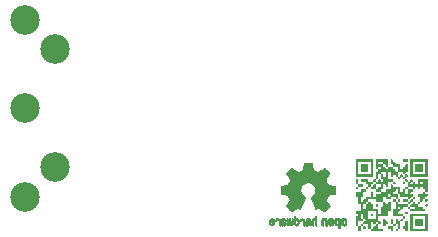
<source format=gbr>
%TF.GenerationSoftware,KiCad,Pcbnew,(6.0.1)*%
%TF.CreationDate,2022-02-12T00:31:54+11:00*%
%TF.ProjectId,VolcaModularMidi,566f6c63-614d-46f6-9475-6c61724d6964,rev?*%
%TF.SameCoordinates,Original*%
%TF.FileFunction,Legend,Bot*%
%TF.FilePolarity,Positive*%
%FSLAX46Y46*%
G04 Gerber Fmt 4.6, Leading zero omitted, Abs format (unit mm)*
G04 Created by KiCad (PCBNEW (6.0.1)) date 2022-02-12 00:31:54*
%MOMM*%
%LPD*%
G01*
G04 APERTURE LIST*
%ADD10C,0.010000*%
%ADD11C,2.499360*%
G04 APERTURE END LIST*
%TO.C, *%
G36*
X121972552Y-81534000D02*
G01*
X121972552Y-81323793D01*
X122182759Y-81323793D01*
X123233793Y-81323793D01*
X123233793Y-80272758D01*
X122182759Y-80272758D01*
X122182759Y-81323793D01*
X121972552Y-81323793D01*
X121972552Y-80062552D01*
X123444000Y-80062552D01*
X123444000Y-81534000D01*
X121972552Y-81534000D01*
G37*
G36*
X118769818Y-80065771D02*
G01*
X118810767Y-80093210D01*
X118819448Y-80167655D01*
X118816229Y-80223128D01*
X118788790Y-80264077D01*
X118714345Y-80272758D01*
X118658872Y-80269539D01*
X118617923Y-80242100D01*
X118609242Y-80167655D01*
X118612461Y-80112182D01*
X118639900Y-80071233D01*
X118714345Y-80062552D01*
X118769818Y-80065771D01*
G37*
G36*
X121292301Y-76702461D02*
G01*
X121333250Y-76729900D01*
X121341931Y-76804345D01*
X121338711Y-76859818D01*
X121311273Y-76900767D01*
X121236828Y-76909448D01*
X121181355Y-76912668D01*
X121140405Y-76940107D01*
X121131724Y-77014552D01*
X121128504Y-77070025D01*
X121101066Y-77110974D01*
X121026621Y-77119655D01*
X120971148Y-77116435D01*
X120930199Y-77088996D01*
X120921517Y-77014552D01*
X120924737Y-76959078D01*
X120952176Y-76918129D01*
X121026621Y-76909448D01*
X121082094Y-76906228D01*
X121123043Y-76878789D01*
X121131724Y-76804345D01*
X121134944Y-76748871D01*
X121162383Y-76707922D01*
X121236828Y-76699241D01*
X121292301Y-76702461D01*
G37*
G36*
X119190232Y-79224944D02*
G01*
X119231181Y-79252383D01*
X119239862Y-79326827D01*
X119236642Y-79382301D01*
X119209204Y-79423250D01*
X119134759Y-79431931D01*
X119079286Y-79428711D01*
X119038336Y-79401272D01*
X119029655Y-79326827D01*
X119032875Y-79271354D01*
X119060314Y-79230405D01*
X119134759Y-79221724D01*
X119190232Y-79224944D01*
G37*
G36*
X120661680Y-77333082D02*
G01*
X120702629Y-77360521D01*
X120711311Y-77434965D01*
X120708091Y-77490438D01*
X120680652Y-77531388D01*
X120606207Y-77540069D01*
X120550734Y-77536849D01*
X120509785Y-77509410D01*
X120501104Y-77434965D01*
X120504324Y-77379492D01*
X120531762Y-77338543D01*
X120606207Y-77329862D01*
X120661680Y-77333082D01*
G37*
G36*
X122343335Y-78594323D02*
G01*
X122384285Y-78621762D01*
X122392966Y-78696207D01*
X122389746Y-78751680D01*
X122362307Y-78792629D01*
X122287862Y-78801310D01*
X122232389Y-78804530D01*
X122191440Y-78831969D01*
X122182759Y-78906414D01*
X122179539Y-78961887D01*
X122152100Y-79002836D01*
X122077655Y-79011517D01*
X122022182Y-79014737D01*
X121981233Y-79042176D01*
X121972552Y-79116620D01*
X121969332Y-79172094D01*
X121941893Y-79213043D01*
X121867448Y-79221724D01*
X121811975Y-79218504D01*
X121771026Y-79191065D01*
X121762345Y-79116620D01*
X121762345Y-79011517D01*
X121341931Y-79011517D01*
X121341931Y-78801310D01*
X121762345Y-78801310D01*
X121762345Y-78906414D01*
X121765565Y-78961887D01*
X121793004Y-79002836D01*
X121867448Y-79011517D01*
X121922922Y-79008297D01*
X121963871Y-78980858D01*
X121972552Y-78906414D01*
X121975772Y-78850940D01*
X122003211Y-78809991D01*
X122077655Y-78801310D01*
X122133129Y-78798090D01*
X122174078Y-78770651D01*
X122182759Y-78696207D01*
X122185979Y-78640734D01*
X122213418Y-78599784D01*
X122287862Y-78591103D01*
X122343335Y-78594323D01*
G37*
G36*
X123394370Y-79224944D02*
G01*
X123435319Y-79252383D01*
X123444000Y-79326827D01*
X123440780Y-79382301D01*
X123413342Y-79423250D01*
X123338897Y-79431931D01*
X123283424Y-79428711D01*
X123242474Y-79401272D01*
X123233793Y-79326827D01*
X123237013Y-79271354D01*
X123264452Y-79230405D01*
X123338897Y-79221724D01*
X123394370Y-79224944D01*
G37*
G36*
X123023586Y-76489034D02*
G01*
X122392966Y-76489034D01*
X122392966Y-75858414D01*
X123023586Y-75858414D01*
X123023586Y-76489034D01*
G37*
G36*
X120501104Y-81534000D02*
G01*
X120396000Y-81534000D01*
X120340527Y-81530780D01*
X120299578Y-81503341D01*
X120290897Y-81428896D01*
X120287677Y-81373423D01*
X120260238Y-81332474D01*
X120185793Y-81323793D01*
X120130320Y-81320573D01*
X120089371Y-81293134D01*
X120080690Y-81218689D01*
X120080690Y-81113586D01*
X120501104Y-81113586D01*
X120501104Y-81534000D01*
G37*
G36*
X117348000Y-76909448D02*
G01*
X117348000Y-76699241D01*
X117558207Y-76699241D01*
X118609242Y-76699241D01*
X118609242Y-75648207D01*
X117558207Y-75648207D01*
X117558207Y-76699241D01*
X117348000Y-76699241D01*
X117348000Y-75438000D01*
X118819448Y-75438000D01*
X118819448Y-76909448D01*
X117348000Y-76909448D01*
G37*
G36*
X121082094Y-78804530D02*
G01*
X121123043Y-78831969D01*
X121131724Y-78906414D01*
X121128504Y-78961887D01*
X121101066Y-79002836D01*
X121026621Y-79011517D01*
X120971148Y-79008297D01*
X120930199Y-78980858D01*
X120921517Y-78906414D01*
X120924737Y-78850940D01*
X120952176Y-78809991D01*
X121026621Y-78801310D01*
X121082094Y-78804530D01*
G37*
G36*
X121762345Y-81534000D02*
G01*
X121657242Y-81534000D01*
X121601768Y-81530780D01*
X121560819Y-81503341D01*
X121552138Y-81428896D01*
X121548918Y-81373423D01*
X121521479Y-81332474D01*
X121447035Y-81323793D01*
X121391562Y-81320573D01*
X121350612Y-81293134D01*
X121341931Y-81218689D01*
X121345151Y-81163216D01*
X121372590Y-81122267D01*
X121447035Y-81113586D01*
X121552138Y-81113586D01*
X121552138Y-80693172D01*
X121762345Y-80693172D01*
X121762345Y-81534000D01*
G37*
G36*
X119029655Y-77960483D02*
G01*
X118609242Y-77960483D01*
X118609242Y-77855379D01*
X118612461Y-77799906D01*
X118639900Y-77758957D01*
X118714345Y-77750276D01*
X118769818Y-77747056D01*
X118810767Y-77719617D01*
X118819448Y-77645172D01*
X118822668Y-77589699D01*
X118850107Y-77548750D01*
X118924552Y-77540069D01*
X119029655Y-77540069D01*
X119029655Y-77960483D01*
G37*
G36*
X121712715Y-77753496D02*
G01*
X121753664Y-77780934D01*
X121762345Y-77855379D01*
X121759125Y-77910852D01*
X121731686Y-77951801D01*
X121657242Y-77960483D01*
X121601768Y-77957263D01*
X121560819Y-77929824D01*
X121552138Y-77855379D01*
X121555358Y-77799906D01*
X121582797Y-77758957D01*
X121657242Y-77750276D01*
X121712715Y-77753496D01*
G37*
G36*
X117558207Y-77540069D02*
G01*
X117978621Y-77540069D01*
X117978621Y-77750276D01*
X117558207Y-77750276D01*
X117558207Y-77855379D01*
X117554987Y-77910852D01*
X117527548Y-77951801D01*
X117453104Y-77960483D01*
X117397631Y-77957263D01*
X117356681Y-77929824D01*
X117348000Y-77855379D01*
X117351220Y-77799906D01*
X117378659Y-77758957D01*
X117453104Y-77750276D01*
X117508577Y-77747056D01*
X117549526Y-77719617D01*
X117558207Y-77645172D01*
X117554987Y-77589699D01*
X117527548Y-77548750D01*
X117453104Y-77540069D01*
X117348000Y-77540069D01*
X117348000Y-77119655D01*
X117558207Y-77119655D01*
X117558207Y-77540069D01*
G37*
G36*
X123023586Y-81113586D02*
G01*
X122392966Y-81113586D01*
X122392966Y-80482965D01*
X123023586Y-80482965D01*
X123023586Y-81113586D01*
G37*
G36*
X121762345Y-75648207D02*
G01*
X121341931Y-75648207D01*
X121341931Y-75438000D01*
X121762345Y-75438000D01*
X121762345Y-75648207D01*
G37*
G36*
X123338897Y-78170689D02*
G01*
X123283424Y-78173909D01*
X123242474Y-78201348D01*
X123233793Y-78275793D01*
X123237013Y-78331266D01*
X123264452Y-78372215D01*
X123338897Y-78380896D01*
X123394370Y-78384116D01*
X123435319Y-78411555D01*
X123444000Y-78486000D01*
X123440780Y-78541473D01*
X123413342Y-78582422D01*
X123338897Y-78591103D01*
X123283424Y-78594323D01*
X123242474Y-78621762D01*
X123233793Y-78696207D01*
X123237013Y-78751680D01*
X123264452Y-78792629D01*
X123338897Y-78801310D01*
X123394370Y-78804530D01*
X123435319Y-78831969D01*
X123444000Y-78906414D01*
X123440780Y-78961887D01*
X123413342Y-79002836D01*
X123338897Y-79011517D01*
X123283424Y-79008297D01*
X123242474Y-78980858D01*
X123233793Y-78906414D01*
X123230573Y-78850940D01*
X123203135Y-78809991D01*
X123128690Y-78801310D01*
X123073217Y-78804530D01*
X123032268Y-78831969D01*
X123023586Y-78906414D01*
X123020367Y-78961887D01*
X122992928Y-79002836D01*
X122918483Y-79011517D01*
X122863010Y-79014737D01*
X122822061Y-79042176D01*
X122813380Y-79116620D01*
X122810160Y-79172094D01*
X122782721Y-79213043D01*
X122708276Y-79221724D01*
X122652803Y-79224944D01*
X122611854Y-79252383D01*
X122603173Y-79326827D01*
X122603173Y-79431931D01*
X123023586Y-79431931D01*
X123023586Y-79537034D01*
X123026806Y-79592507D01*
X123054245Y-79633457D01*
X123128690Y-79642138D01*
X123184163Y-79645358D01*
X123225112Y-79672796D01*
X123233793Y-79747241D01*
X123233793Y-79852345D01*
X121972552Y-79852345D01*
X121972552Y-79747241D01*
X121969332Y-79691768D01*
X121941893Y-79650819D01*
X121867448Y-79642138D01*
X121811975Y-79638918D01*
X121771026Y-79611479D01*
X121762345Y-79537034D01*
X121762345Y-79431931D01*
X121341931Y-79431931D01*
X121341931Y-79537034D01*
X121338711Y-79592507D01*
X121311273Y-79633457D01*
X121236828Y-79642138D01*
X121181355Y-79645358D01*
X121140405Y-79672796D01*
X121131724Y-79747241D01*
X121128504Y-79802714D01*
X121101066Y-79843664D01*
X121026621Y-79852345D01*
X120971148Y-79855564D01*
X120930199Y-79883003D01*
X120921517Y-79957448D01*
X120921517Y-80062552D01*
X121341931Y-80062552D01*
X121341931Y-80167655D01*
X121345151Y-80223128D01*
X121372590Y-80264077D01*
X121447035Y-80272758D01*
X121502508Y-80275978D01*
X121543457Y-80303417D01*
X121552138Y-80377862D01*
X121548918Y-80433335D01*
X121521479Y-80474284D01*
X121447035Y-80482965D01*
X121391562Y-80486185D01*
X121350612Y-80513624D01*
X121341931Y-80588069D01*
X121338711Y-80643542D01*
X121311273Y-80684491D01*
X121236828Y-80693172D01*
X121131724Y-80693172D01*
X121131724Y-81323793D01*
X121026621Y-81323793D01*
X120971148Y-81327013D01*
X120930199Y-81354452D01*
X120921517Y-81428896D01*
X120918298Y-81484369D01*
X120890859Y-81525319D01*
X120816414Y-81534000D01*
X120760941Y-81530780D01*
X120719992Y-81503341D01*
X120711311Y-81428896D01*
X120714530Y-81373423D01*
X120741969Y-81332474D01*
X120816414Y-81323793D01*
X120921517Y-81323793D01*
X120921517Y-80903379D01*
X120816414Y-80903379D01*
X120760941Y-80906599D01*
X120719992Y-80934038D01*
X120711311Y-81008483D01*
X120708091Y-81063956D01*
X120680652Y-81104905D01*
X120606207Y-81113586D01*
X120501104Y-81113586D01*
X120501104Y-81008483D01*
X120497884Y-80953009D01*
X120470445Y-80912060D01*
X120396000Y-80903379D01*
X120290897Y-80903379D01*
X120290897Y-80482965D01*
X120501104Y-80482965D01*
X120501104Y-80903379D01*
X120711311Y-80903379D01*
X120711311Y-80482965D01*
X120816414Y-80482965D01*
X120871887Y-80486185D01*
X120912836Y-80513624D01*
X120921517Y-80588069D01*
X120924737Y-80643542D01*
X120952176Y-80684491D01*
X121026621Y-80693172D01*
X121082094Y-80689952D01*
X121123043Y-80662513D01*
X121131724Y-80588069D01*
X121134944Y-80532596D01*
X121162383Y-80491646D01*
X121236828Y-80482965D01*
X121292301Y-80479745D01*
X121333250Y-80452307D01*
X121341931Y-80377862D01*
X121341931Y-80272758D01*
X120501104Y-80272758D01*
X120501104Y-79642138D01*
X120711311Y-79642138D01*
X120711311Y-79537034D01*
X120921517Y-79537034D01*
X120924737Y-79592507D01*
X120952176Y-79633457D01*
X121026621Y-79642138D01*
X121082094Y-79638918D01*
X121123043Y-79611479D01*
X121131724Y-79537034D01*
X121128504Y-79481561D01*
X121101066Y-79440612D01*
X121026621Y-79431931D01*
X120971148Y-79435151D01*
X120930199Y-79462590D01*
X120921517Y-79537034D01*
X120711311Y-79537034D01*
X120711311Y-79011517D01*
X120606207Y-79011517D01*
X120550734Y-79008297D01*
X120509785Y-78980858D01*
X120501104Y-78906414D01*
X120504324Y-78850940D01*
X120531762Y-78809991D01*
X120606207Y-78801310D01*
X120661680Y-78798090D01*
X120702629Y-78770651D01*
X120711311Y-78696207D01*
X120711311Y-78591103D01*
X120290897Y-78591103D01*
X120290897Y-78801310D01*
X119870483Y-78801310D01*
X119870483Y-78696207D01*
X119867263Y-78640734D01*
X119839824Y-78599784D01*
X119765380Y-78591103D01*
X119660276Y-78591103D01*
X119660276Y-79011517D01*
X119765380Y-79011517D01*
X119820853Y-79014737D01*
X119861802Y-79042176D01*
X119870483Y-79116620D01*
X119873703Y-79172094D01*
X119901142Y-79213043D01*
X119975586Y-79221724D01*
X120031060Y-79218504D01*
X120072009Y-79191065D01*
X120080690Y-79116620D01*
X120083910Y-79061147D01*
X120111349Y-79020198D01*
X120185793Y-79011517D01*
X120290897Y-79011517D01*
X120290897Y-79852345D01*
X120080690Y-79852345D01*
X120080690Y-80272758D01*
X119239862Y-80272758D01*
X119239862Y-80693172D01*
X119344966Y-80693172D01*
X119400439Y-80696392D01*
X119441388Y-80723831D01*
X119450069Y-80798276D01*
X119446849Y-80853749D01*
X119419410Y-80894698D01*
X119344966Y-80903379D01*
X119239862Y-80903379D01*
X119239862Y-81323793D01*
X119660276Y-81323793D01*
X119660276Y-81534000D01*
X118609242Y-81534000D01*
X118609242Y-81428896D01*
X118606022Y-81373423D01*
X118578583Y-81332474D01*
X118504138Y-81323793D01*
X118609242Y-81323793D01*
X118714345Y-81323793D01*
X118769818Y-81320573D01*
X118810767Y-81293134D01*
X118819448Y-81218689D01*
X118822668Y-81163216D01*
X118850107Y-81122267D01*
X118924552Y-81113586D01*
X118980025Y-81110366D01*
X119020974Y-81082927D01*
X119029655Y-81008483D01*
X119032875Y-80953009D01*
X119060314Y-80912060D01*
X119134759Y-80903379D01*
X119190232Y-80900159D01*
X119231181Y-80872720D01*
X119239862Y-80798276D01*
X119236642Y-80742802D01*
X119209204Y-80701853D01*
X119134759Y-80693172D01*
X119079286Y-80696392D01*
X119038336Y-80723831D01*
X119029655Y-80798276D01*
X119026436Y-80853749D01*
X118998997Y-80894698D01*
X118924552Y-80903379D01*
X118869079Y-80900159D01*
X118828130Y-80872720D01*
X118819448Y-80798276D01*
X118816229Y-80742802D01*
X118788790Y-80701853D01*
X118714345Y-80693172D01*
X118609242Y-80693172D01*
X118609242Y-81323793D01*
X118504138Y-81323793D01*
X118399035Y-81323793D01*
X118399035Y-80903379D01*
X117978621Y-80903379D01*
X117978621Y-81008483D01*
X117981841Y-81063956D01*
X118009280Y-81104905D01*
X118083724Y-81113586D01*
X118139198Y-81116806D01*
X118180147Y-81144245D01*
X118188828Y-81218689D01*
X118185608Y-81274163D01*
X118158169Y-81315112D01*
X118083724Y-81323793D01*
X118028251Y-81320573D01*
X117987302Y-81293134D01*
X117978621Y-81218689D01*
X117975401Y-81163216D01*
X117947962Y-81122267D01*
X117873517Y-81113586D01*
X117768414Y-81113586D01*
X117768414Y-81534000D01*
X117558207Y-81534000D01*
X117558207Y-81113586D01*
X117663311Y-81113586D01*
X117718784Y-81110366D01*
X117759733Y-81082927D01*
X117768414Y-81008483D01*
X117771634Y-80953009D01*
X117799073Y-80912060D01*
X117873517Y-80903379D01*
X117928991Y-80900159D01*
X117969940Y-80872720D01*
X117978621Y-80798276D01*
X117981841Y-80742802D01*
X118009280Y-80701853D01*
X118083724Y-80693172D01*
X118139198Y-80689952D01*
X118180147Y-80662513D01*
X118188828Y-80588069D01*
X118185608Y-80532596D01*
X118158169Y-80491646D01*
X118083724Y-80482965D01*
X118399035Y-80482965D01*
X119029655Y-80482965D01*
X119029655Y-79852345D01*
X118399035Y-79852345D01*
X118399035Y-80482965D01*
X118083724Y-80482965D01*
X117978621Y-80482965D01*
X117978621Y-80062552D01*
X117768414Y-80062552D01*
X117768414Y-80482965D01*
X117873517Y-80482965D01*
X117928991Y-80486185D01*
X117969940Y-80513624D01*
X117978621Y-80588069D01*
X117978621Y-80693172D01*
X117558207Y-80693172D01*
X117558207Y-81113586D01*
X117348000Y-81113586D01*
X117348000Y-80272758D01*
X117453104Y-80272758D01*
X117508577Y-80269539D01*
X117549526Y-80242100D01*
X117558207Y-80167655D01*
X117554987Y-80112182D01*
X117527548Y-80071233D01*
X117453104Y-80062552D01*
X117397631Y-80059332D01*
X117356681Y-80031893D01*
X117348000Y-79957448D01*
X117348000Y-79852345D01*
X117768414Y-79852345D01*
X117768414Y-79642138D01*
X117978621Y-79642138D01*
X118188828Y-79642138D01*
X118188828Y-79221724D01*
X118293931Y-79221724D01*
X118349404Y-79218504D01*
X118390354Y-79191065D01*
X118399035Y-79116620D01*
X118402255Y-79061147D01*
X118429693Y-79020198D01*
X118504138Y-79011517D01*
X118559611Y-79014737D01*
X118600561Y-79042176D01*
X118609242Y-79116620D01*
X118612461Y-79172094D01*
X118639900Y-79213043D01*
X118714345Y-79221724D01*
X118819448Y-79221724D01*
X118819448Y-79642138D01*
X119239862Y-79642138D01*
X119239862Y-80062552D01*
X119450069Y-80062552D01*
X119450069Y-79431931D01*
X119660276Y-79431931D01*
X119660276Y-79011517D01*
X119029655Y-79011517D01*
X119029655Y-78801310D01*
X118399035Y-78801310D01*
X118399035Y-78906414D01*
X118395815Y-78961887D01*
X118368376Y-79002836D01*
X118293931Y-79011517D01*
X118238458Y-79014737D01*
X118197509Y-79042176D01*
X118188828Y-79116620D01*
X118185608Y-79172094D01*
X118158169Y-79213043D01*
X118083724Y-79221724D01*
X117978621Y-79221724D01*
X117978621Y-79642138D01*
X117768414Y-79642138D01*
X117768414Y-79221724D01*
X117558207Y-79221724D01*
X117558207Y-79011517D01*
X117768414Y-79011517D01*
X117873517Y-79011517D01*
X117928991Y-79008297D01*
X117969940Y-78980858D01*
X117978621Y-78906414D01*
X117981841Y-78850940D01*
X118009280Y-78809991D01*
X118083724Y-78801310D01*
X118139198Y-78798090D01*
X118180147Y-78770651D01*
X118188828Y-78696207D01*
X118188828Y-78591103D01*
X118609242Y-78591103D01*
X118609242Y-78170689D01*
X118819448Y-78170689D01*
X118819448Y-78591103D01*
X118924552Y-78591103D01*
X118980025Y-78587883D01*
X119020974Y-78560445D01*
X119029655Y-78486000D01*
X120080690Y-78486000D01*
X120083910Y-78541473D01*
X120111349Y-78582422D01*
X120185793Y-78591103D01*
X120241266Y-78587883D01*
X120282216Y-78560445D01*
X120290897Y-78486000D01*
X120287677Y-78430527D01*
X120260238Y-78389577D01*
X120185793Y-78380896D01*
X120130320Y-78384116D01*
X120089371Y-78411555D01*
X120080690Y-78486000D01*
X119029655Y-78486000D01*
X119029655Y-78380896D01*
X119450069Y-78380896D01*
X119450069Y-78170689D01*
X119870483Y-78170689D01*
X119870483Y-77960483D01*
X120290897Y-77960483D01*
X120290897Y-77540069D01*
X120396000Y-77540069D01*
X120451473Y-77543289D01*
X120492423Y-77570727D01*
X120501104Y-77645172D01*
X120501104Y-77750276D01*
X121131724Y-77750276D01*
X121131724Y-78170689D01*
X121236828Y-78170689D01*
X121292301Y-78167470D01*
X121333250Y-78140031D01*
X121341931Y-78065586D01*
X121345151Y-78010113D01*
X121372590Y-77969164D01*
X121447035Y-77960483D01*
X121552138Y-77960483D01*
X121552138Y-78380896D01*
X121762345Y-78380896D01*
X121762345Y-77960483D01*
X122182759Y-77960483D01*
X122182759Y-78065586D01*
X122179539Y-78121059D01*
X122152100Y-78162008D01*
X122077655Y-78170689D01*
X122022182Y-78173909D01*
X121981233Y-78201348D01*
X121972552Y-78275793D01*
X121975772Y-78331266D01*
X122003211Y-78372215D01*
X122077655Y-78380896D01*
X122133129Y-78384116D01*
X122174078Y-78411555D01*
X122182759Y-78486000D01*
X122179539Y-78541473D01*
X122152100Y-78582422D01*
X122077655Y-78591103D01*
X122022182Y-78594323D01*
X121981233Y-78621762D01*
X121972552Y-78696207D01*
X121969332Y-78751680D01*
X121941893Y-78792629D01*
X121867448Y-78801310D01*
X121811975Y-78798090D01*
X121771026Y-78770651D01*
X121762345Y-78696207D01*
X121762345Y-78591103D01*
X121131724Y-78591103D01*
X121131724Y-78486000D01*
X121128504Y-78430527D01*
X121101066Y-78389577D01*
X121026621Y-78380896D01*
X120921517Y-78380896D01*
X120921517Y-77960483D01*
X120816414Y-77960483D01*
X120760941Y-77963702D01*
X120719992Y-77991141D01*
X120711311Y-78065586D01*
X120708091Y-78121059D01*
X120680652Y-78162008D01*
X120606207Y-78170689D01*
X120550734Y-78173909D01*
X120509785Y-78201348D01*
X120501104Y-78275793D01*
X120501104Y-78380896D01*
X120921517Y-78380896D01*
X120921517Y-78801310D01*
X120816414Y-78801310D01*
X120760941Y-78804530D01*
X120719992Y-78831969D01*
X120711311Y-78906414D01*
X120714530Y-78961887D01*
X120741969Y-79002836D01*
X120816414Y-79011517D01*
X120871887Y-79014737D01*
X120912836Y-79042176D01*
X120921517Y-79116620D01*
X120921517Y-79221724D01*
X121762345Y-79221724D01*
X121762345Y-79326827D01*
X121765565Y-79382301D01*
X121793004Y-79423250D01*
X121867448Y-79431931D01*
X121922922Y-79435151D01*
X121963871Y-79462590D01*
X121972552Y-79537034D01*
X121972552Y-79642138D01*
X122392966Y-79642138D01*
X122392966Y-79431931D01*
X121972552Y-79431931D01*
X121972552Y-79326827D01*
X121975772Y-79271354D01*
X122003211Y-79230405D01*
X122077655Y-79221724D01*
X122133129Y-79218504D01*
X122174078Y-79191065D01*
X122182759Y-79116620D01*
X122185979Y-79061147D01*
X122213418Y-79020198D01*
X122287862Y-79011517D01*
X122343335Y-79014737D01*
X122384285Y-79042176D01*
X122392966Y-79116620D01*
X122396186Y-79172094D01*
X122423624Y-79213043D01*
X122498069Y-79221724D01*
X122553542Y-79218504D01*
X122594492Y-79191065D01*
X122603173Y-79116620D01*
X122606393Y-79061147D01*
X122633831Y-79020198D01*
X122708276Y-79011517D01*
X122813380Y-79011517D01*
X122813380Y-78591103D01*
X122708276Y-78591103D01*
X122652803Y-78587883D01*
X122611854Y-78560445D01*
X122603173Y-78486000D01*
X122603173Y-78380896D01*
X123023586Y-78380896D01*
X123023586Y-78275793D01*
X123026806Y-78220320D01*
X123054245Y-78179371D01*
X123128690Y-78170689D01*
X123184163Y-78167470D01*
X123225112Y-78140031D01*
X123233793Y-78065586D01*
X123230573Y-78010113D01*
X123203135Y-77969164D01*
X123128690Y-77960483D01*
X123073217Y-77957263D01*
X123032268Y-77929824D01*
X123023586Y-77855379D01*
X123020367Y-77799906D01*
X122992928Y-77758957D01*
X122918483Y-77750276D01*
X122863010Y-77753496D01*
X122822061Y-77780934D01*
X122813380Y-77855379D01*
X122810160Y-77910852D01*
X122782721Y-77951801D01*
X122708276Y-77960483D01*
X122652803Y-77957263D01*
X122611854Y-77929824D01*
X122603173Y-77855379D01*
X122599953Y-77799906D01*
X122572514Y-77758957D01*
X122498069Y-77750276D01*
X122442596Y-77753496D01*
X122401647Y-77780934D01*
X122392966Y-77855379D01*
X122389746Y-77910852D01*
X122362307Y-77951801D01*
X122287862Y-77960483D01*
X122232389Y-77957263D01*
X122191440Y-77929824D01*
X122182759Y-77855379D01*
X122182759Y-77750276D01*
X121762345Y-77750276D01*
X121762345Y-77434965D01*
X121972552Y-77434965D01*
X121975772Y-77490438D01*
X122003211Y-77531388D01*
X122077655Y-77540069D01*
X122133129Y-77536849D01*
X122174078Y-77509410D01*
X122182759Y-77434965D01*
X122179539Y-77379492D01*
X122152100Y-77338543D01*
X122077655Y-77329862D01*
X122022182Y-77333082D01*
X121981233Y-77360521D01*
X121972552Y-77434965D01*
X121762345Y-77434965D01*
X121762345Y-77329862D01*
X121657242Y-77329862D01*
X121601768Y-77326642D01*
X121560819Y-77299203D01*
X121552138Y-77224758D01*
X121548918Y-77169285D01*
X121521479Y-77128336D01*
X121447035Y-77119655D01*
X121391562Y-77116435D01*
X121350612Y-77088996D01*
X121341931Y-77014552D01*
X121345151Y-76959078D01*
X121372590Y-76918129D01*
X121447035Y-76909448D01*
X121502508Y-76906228D01*
X121543457Y-76878789D01*
X121552138Y-76804345D01*
X121548918Y-76748871D01*
X121521479Y-76707922D01*
X121447035Y-76699241D01*
X121391562Y-76696021D01*
X121350612Y-76668582D01*
X121341931Y-76594138D01*
X121341931Y-76489034D01*
X120921517Y-76489034D01*
X120921517Y-76068620D01*
X120501104Y-76068620D01*
X120501104Y-76173724D01*
X120504324Y-76229197D01*
X120531762Y-76270146D01*
X120606207Y-76278827D01*
X120661680Y-76282047D01*
X120702629Y-76309486D01*
X120711311Y-76383931D01*
X120714530Y-76439404D01*
X120741969Y-76480353D01*
X120816414Y-76489034D01*
X120921517Y-76489034D01*
X120921517Y-76909448D01*
X120816414Y-76909448D01*
X120760941Y-76906228D01*
X120719992Y-76878789D01*
X120711311Y-76804345D01*
X120708091Y-76748871D01*
X120680652Y-76707922D01*
X120606207Y-76699241D01*
X120550734Y-76702461D01*
X120509785Y-76729900D01*
X120501104Y-76804345D01*
X120497884Y-76859818D01*
X120470445Y-76900767D01*
X120396000Y-76909448D01*
X120290897Y-76909448D01*
X120290897Y-76489034D01*
X120080690Y-76489034D01*
X120080690Y-77119655D01*
X120501104Y-77119655D01*
X120501104Y-77329862D01*
X120080690Y-77329862D01*
X120080690Y-77750276D01*
X119975586Y-77750276D01*
X119920113Y-77747056D01*
X119879164Y-77719617D01*
X119870483Y-77645172D01*
X119867263Y-77589699D01*
X119839824Y-77548750D01*
X119765380Y-77540069D01*
X119660276Y-77540069D01*
X119660276Y-77960483D01*
X119555173Y-77960483D01*
X119499699Y-77963702D01*
X119458750Y-77991141D01*
X119450069Y-78065586D01*
X119450069Y-78170689D01*
X119029655Y-78170689D01*
X119029655Y-78065586D01*
X119032875Y-78010113D01*
X119060314Y-77969164D01*
X119134759Y-77960483D01*
X119190232Y-77957263D01*
X119231181Y-77929824D01*
X119239862Y-77855379D01*
X119243082Y-77799906D01*
X119270521Y-77758957D01*
X119344966Y-77750276D01*
X119400439Y-77747056D01*
X119441388Y-77719617D01*
X119450069Y-77645172D01*
X119450069Y-77540069D01*
X119029655Y-77540069D01*
X119029655Y-77434965D01*
X119032875Y-77379492D01*
X119060314Y-77338543D01*
X119134759Y-77329862D01*
X119190232Y-77326642D01*
X119231181Y-77299203D01*
X119239862Y-77224758D01*
X119243082Y-77169285D01*
X119270521Y-77128336D01*
X119344966Y-77119655D01*
X119400439Y-77122875D01*
X119441388Y-77150314D01*
X119450069Y-77224758D01*
X119453289Y-77280232D01*
X119480728Y-77321181D01*
X119555173Y-77329862D01*
X119610646Y-77326642D01*
X119651595Y-77299203D01*
X119660276Y-77224758D01*
X119657056Y-77169285D01*
X119629617Y-77128336D01*
X119555173Y-77119655D01*
X119450069Y-77119655D01*
X119450069Y-76699241D01*
X119555173Y-76699241D01*
X119610646Y-76702461D01*
X119651595Y-76729900D01*
X119660276Y-76804345D01*
X119663496Y-76859818D01*
X119690935Y-76900767D01*
X119765380Y-76909448D01*
X119870483Y-76909448D01*
X119870483Y-76489034D01*
X119450069Y-76489034D01*
X119450069Y-76594138D01*
X119446849Y-76649611D01*
X119419410Y-76690560D01*
X119344966Y-76699241D01*
X119239862Y-76699241D01*
X119239862Y-77119655D01*
X119134759Y-77119655D01*
X119079286Y-77122875D01*
X119038336Y-77150314D01*
X119029655Y-77224758D01*
X119026436Y-77280232D01*
X118998997Y-77321181D01*
X118924552Y-77329862D01*
X118869079Y-77333082D01*
X118828130Y-77360521D01*
X118819448Y-77434965D01*
X118816229Y-77490438D01*
X118788790Y-77531388D01*
X118714345Y-77540069D01*
X118658872Y-77543289D01*
X118617923Y-77570727D01*
X118609242Y-77645172D01*
X118606022Y-77700645D01*
X118578583Y-77741595D01*
X118504138Y-77750276D01*
X118448665Y-77753496D01*
X118407716Y-77780934D01*
X118399035Y-77855379D01*
X118395815Y-77910852D01*
X118368376Y-77951801D01*
X118293931Y-77960483D01*
X118238458Y-77963702D01*
X118197509Y-77991141D01*
X118188828Y-78065586D01*
X118185608Y-78121059D01*
X118158169Y-78162008D01*
X118083724Y-78170689D01*
X117978621Y-78170689D01*
X117978621Y-78591103D01*
X117768414Y-78591103D01*
X117768414Y-79011517D01*
X117558207Y-79011517D01*
X117558207Y-78591103D01*
X117348000Y-78591103D01*
X117348000Y-78170689D01*
X117768414Y-78170689D01*
X117768414Y-77960483D01*
X118188828Y-77960483D01*
X118188828Y-77855379D01*
X118192048Y-77799906D01*
X118219487Y-77758957D01*
X118293931Y-77750276D01*
X118349404Y-77747056D01*
X118390354Y-77719617D01*
X118399035Y-77645172D01*
X118395815Y-77589699D01*
X118368376Y-77548750D01*
X118293931Y-77540069D01*
X118238458Y-77536849D01*
X118197509Y-77509410D01*
X118188828Y-77434965D01*
X118188828Y-77329862D01*
X117768414Y-77329862D01*
X117768414Y-77119655D01*
X118399035Y-77119655D01*
X118399035Y-77329862D01*
X118819448Y-77329862D01*
X118819448Y-77224758D01*
X118822668Y-77169285D01*
X118850107Y-77128336D01*
X118924552Y-77119655D01*
X119029655Y-77119655D01*
X119029655Y-76489034D01*
X119134759Y-76489034D01*
X119190232Y-76485814D01*
X119231181Y-76458376D01*
X119239862Y-76383931D01*
X119236642Y-76328458D01*
X119209204Y-76287508D01*
X119134759Y-76278827D01*
X119029655Y-76278827D01*
X119029655Y-76173724D01*
X119239862Y-76173724D01*
X119243082Y-76229197D01*
X119270521Y-76270146D01*
X119344966Y-76278827D01*
X119400439Y-76275607D01*
X119441388Y-76248169D01*
X119450069Y-76173724D01*
X119446849Y-76118251D01*
X119419410Y-76077302D01*
X119344966Y-76068620D01*
X119289493Y-76071840D01*
X119248543Y-76099279D01*
X119239862Y-76173724D01*
X119029655Y-76173724D01*
X119029655Y-75858414D01*
X119239862Y-75858414D01*
X119660276Y-75858414D01*
X119660276Y-75963517D01*
X119663496Y-76018990D01*
X119690935Y-76059939D01*
X119765380Y-76068620D01*
X119820853Y-76071840D01*
X119861802Y-76099279D01*
X119870483Y-76173724D01*
X119873703Y-76229197D01*
X119901142Y-76270146D01*
X119975586Y-76278827D01*
X120031060Y-76275607D01*
X120072009Y-76248169D01*
X120080690Y-76173724D01*
X120077470Y-76118251D01*
X120050031Y-76077302D01*
X119975586Y-76068620D01*
X119920113Y-76065401D01*
X119879164Y-76037962D01*
X119870483Y-75963517D01*
X119867263Y-75908044D01*
X119839824Y-75867095D01*
X119765380Y-75858414D01*
X119709906Y-75855194D01*
X119668957Y-75827755D01*
X119660276Y-75753310D01*
X119660276Y-75648207D01*
X119239862Y-75648207D01*
X119239862Y-75858414D01*
X119029655Y-75858414D01*
X119029655Y-75438000D01*
X120080690Y-75438000D01*
X120080690Y-76068620D01*
X120501104Y-76068620D01*
X120501104Y-75963517D01*
X120497884Y-75908044D01*
X120470445Y-75867095D01*
X120396000Y-75858414D01*
X120290897Y-75858414D01*
X120290897Y-75438000D01*
X120396000Y-75438000D01*
X120451473Y-75441220D01*
X120492423Y-75468658D01*
X120501104Y-75543103D01*
X120504324Y-75598576D01*
X120531762Y-75639526D01*
X120606207Y-75648207D01*
X120661680Y-75651427D01*
X120702629Y-75678865D01*
X120711311Y-75753310D01*
X120711311Y-75858414D01*
X121131724Y-75858414D01*
X121131724Y-76278827D01*
X121236828Y-76278827D01*
X121292301Y-76275607D01*
X121333250Y-76248169D01*
X121341931Y-76173724D01*
X121345151Y-76118251D01*
X121372590Y-76077302D01*
X121447035Y-76068620D01*
X121502508Y-76065401D01*
X121543457Y-76037962D01*
X121552138Y-75963517D01*
X121555358Y-75908044D01*
X121582797Y-75867095D01*
X121657242Y-75858414D01*
X121762345Y-75858414D01*
X121762345Y-76489034D01*
X121657242Y-76489034D01*
X121601768Y-76492254D01*
X121560819Y-76519693D01*
X121552138Y-76594138D01*
X121555358Y-76649611D01*
X121582797Y-76690560D01*
X121657242Y-76699241D01*
X121712715Y-76702461D01*
X121753664Y-76729900D01*
X121762345Y-76804345D01*
X121759125Y-76859818D01*
X121731686Y-76900767D01*
X121657242Y-76909448D01*
X121601768Y-76912668D01*
X121560819Y-76940107D01*
X121552138Y-77014552D01*
X121555358Y-77070025D01*
X121582797Y-77110974D01*
X121657242Y-77119655D01*
X121712715Y-77122875D01*
X121753664Y-77150314D01*
X121762345Y-77224758D01*
X121765565Y-77280232D01*
X121793004Y-77321181D01*
X121867448Y-77329862D01*
X121922922Y-77326642D01*
X121963871Y-77299203D01*
X121972552Y-77224758D01*
X121975772Y-77169285D01*
X122003211Y-77128336D01*
X122077655Y-77119655D01*
X122133129Y-77122875D01*
X122174078Y-77150314D01*
X122182759Y-77224758D01*
X122185979Y-77280232D01*
X122213418Y-77321181D01*
X122287862Y-77329862D01*
X122343335Y-77333082D01*
X122384285Y-77360521D01*
X122392966Y-77434965D01*
X122396186Y-77490438D01*
X122423624Y-77531388D01*
X122498069Y-77540069D01*
X122603173Y-77540069D01*
X122603173Y-77434965D01*
X122813380Y-77434965D01*
X122816599Y-77490438D01*
X122844038Y-77531388D01*
X122918483Y-77540069D01*
X122973956Y-77536849D01*
X123014905Y-77509410D01*
X123023586Y-77434965D01*
X123020367Y-77379492D01*
X122992928Y-77338543D01*
X122918483Y-77329862D01*
X122863010Y-77333082D01*
X122822061Y-77360521D01*
X122813380Y-77434965D01*
X122603173Y-77434965D01*
X122603173Y-77119655D01*
X123444000Y-77119655D01*
X123444000Y-78170689D01*
X123338897Y-78170689D01*
G37*
G36*
X121972552Y-76909448D02*
G01*
X121972552Y-76699241D01*
X122182759Y-76699241D01*
X123233793Y-76699241D01*
X123233793Y-75648207D01*
X122182759Y-75648207D01*
X122182759Y-76699241D01*
X121972552Y-76699241D01*
X121972552Y-75438000D01*
X123444000Y-75438000D01*
X123444000Y-76909448D01*
X121972552Y-76909448D01*
G37*
G36*
X121502508Y-77333082D02*
G01*
X121543457Y-77360521D01*
X121552138Y-77434965D01*
X121548918Y-77490438D01*
X121521479Y-77531388D01*
X121447035Y-77540069D01*
X121391562Y-77536849D01*
X121350612Y-77509410D01*
X121341931Y-77434965D01*
X121345151Y-77379492D01*
X121372590Y-77338543D01*
X121447035Y-77329862D01*
X121502508Y-77333082D01*
G37*
G36*
X119820853Y-80486185D02*
G01*
X119861802Y-80513624D01*
X119870483Y-80588069D01*
X119873703Y-80643542D01*
X119901142Y-80684491D01*
X119975586Y-80693172D01*
X120031060Y-80696392D01*
X120072009Y-80723831D01*
X120080690Y-80798276D01*
X120077470Y-80853749D01*
X120050031Y-80894698D01*
X119975586Y-80903379D01*
X119920113Y-80906599D01*
X119879164Y-80934038D01*
X119870483Y-81008483D01*
X119867263Y-81063956D01*
X119839824Y-81104905D01*
X119765380Y-81113586D01*
X119660276Y-81113586D01*
X119660276Y-80482965D01*
X119765380Y-80482965D01*
X119820853Y-80486185D01*
G37*
G36*
X118399035Y-76489034D02*
G01*
X117768414Y-76489034D01*
X117768414Y-75858414D01*
X118399035Y-75858414D01*
X118399035Y-76489034D01*
G37*
G36*
X121712715Y-79855564D02*
G01*
X121753664Y-79883003D01*
X121762345Y-79957448D01*
X121759125Y-80012921D01*
X121731686Y-80053870D01*
X121657242Y-80062552D01*
X121601768Y-80059332D01*
X121560819Y-80031893D01*
X121552138Y-79957448D01*
X121555358Y-79901975D01*
X121582797Y-79861026D01*
X121657242Y-79852345D01*
X121712715Y-79855564D01*
G37*
D10*
X113908114Y-80337289D02*
X113903861Y-80396613D01*
X113903861Y-80396613D02*
X113898975Y-80431572D01*
X113898975Y-80431572D02*
X113892205Y-80446820D01*
X113892205Y-80446820D02*
X113882298Y-80447015D01*
X113882298Y-80447015D02*
X113879086Y-80445195D01*
X113879086Y-80445195D02*
X113836356Y-80432015D01*
X113836356Y-80432015D02*
X113780773Y-80432785D01*
X113780773Y-80432785D02*
X113724263Y-80446333D01*
X113724263Y-80446333D02*
X113688918Y-80463861D01*
X113688918Y-80463861D02*
X113652679Y-80491861D01*
X113652679Y-80491861D02*
X113626187Y-80523549D01*
X113626187Y-80523549D02*
X113608001Y-80563813D01*
X113608001Y-80563813D02*
X113596678Y-80617543D01*
X113596678Y-80617543D02*
X113590778Y-80689626D01*
X113590778Y-80689626D02*
X113588857Y-80784951D01*
X113588857Y-80784951D02*
X113588823Y-80803237D01*
X113588823Y-80803237D02*
X113588800Y-81008646D01*
X113588800Y-81008646D02*
X113634509Y-81024580D01*
X113634509Y-81024580D02*
X113666973Y-81035420D01*
X113666973Y-81035420D02*
X113684785Y-81040468D01*
X113684785Y-81040468D02*
X113685309Y-81040514D01*
X113685309Y-81040514D02*
X113687063Y-81026828D01*
X113687063Y-81026828D02*
X113688556Y-80989076D01*
X113688556Y-80989076D02*
X113689674Y-80932224D01*
X113689674Y-80932224D02*
X113690303Y-80861234D01*
X113690303Y-80861234D02*
X113690400Y-80818073D01*
X113690400Y-80818073D02*
X113690602Y-80732973D01*
X113690602Y-80732973D02*
X113691642Y-80671981D01*
X113691642Y-80671981D02*
X113694169Y-80630177D01*
X113694169Y-80630177D02*
X113698836Y-80602642D01*
X113698836Y-80602642D02*
X113706293Y-80584456D01*
X113706293Y-80584456D02*
X113717189Y-80570698D01*
X113717189Y-80570698D02*
X113723993Y-80564073D01*
X113723993Y-80564073D02*
X113770728Y-80537375D01*
X113770728Y-80537375D02*
X113821728Y-80535375D01*
X113821728Y-80535375D02*
X113867999Y-80557955D01*
X113867999Y-80557955D02*
X113876556Y-80566107D01*
X113876556Y-80566107D02*
X113889107Y-80581436D01*
X113889107Y-80581436D02*
X113897812Y-80599618D01*
X113897812Y-80599618D02*
X113903369Y-80625909D01*
X113903369Y-80625909D02*
X113906474Y-80665562D01*
X113906474Y-80665562D02*
X113907824Y-80723832D01*
X113907824Y-80723832D02*
X113908114Y-80804173D01*
X113908114Y-80804173D02*
X113908114Y-81008646D01*
X113908114Y-81008646D02*
X113953823Y-81024580D01*
X113953823Y-81024580D02*
X113986287Y-81035420D01*
X113986287Y-81035420D02*
X114004099Y-81040468D01*
X114004099Y-81040468D02*
X114004623Y-81040514D01*
X114004623Y-81040514D02*
X114005963Y-81026623D01*
X114005963Y-81026623D02*
X114007172Y-80987439D01*
X114007172Y-80987439D02*
X114008199Y-80926700D01*
X114008199Y-80926700D02*
X114008998Y-80848141D01*
X114008998Y-80848141D02*
X114009519Y-80755498D01*
X114009519Y-80755498D02*
X114009714Y-80652509D01*
X114009714Y-80652509D02*
X114009714Y-80255342D01*
X114009714Y-80255342D02*
X113962543Y-80235444D01*
X113962543Y-80235444D02*
X113915371Y-80215547D01*
X113915371Y-80215547D02*
X113908114Y-80337289D01*
X113908114Y-80337289D02*
X113908114Y-80337289D01*
G36*
X113962543Y-80235444D02*
G01*
X114009714Y-80255342D01*
X114009714Y-80652509D01*
X114009519Y-80755498D01*
X114008998Y-80848141D01*
X114008199Y-80926700D01*
X114007172Y-80987439D01*
X114005963Y-81026623D01*
X114004623Y-81040514D01*
X114004099Y-81040468D01*
X113986287Y-81035420D01*
X113953823Y-81024580D01*
X113908114Y-81008646D01*
X113908114Y-80804173D01*
X113907824Y-80723832D01*
X113906474Y-80665562D01*
X113903369Y-80625909D01*
X113897812Y-80599618D01*
X113889107Y-80581436D01*
X113876556Y-80566107D01*
X113867999Y-80557955D01*
X113821728Y-80535375D01*
X113770728Y-80537375D01*
X113723993Y-80564073D01*
X113717189Y-80570698D01*
X113706293Y-80584456D01*
X113698836Y-80602642D01*
X113694169Y-80630177D01*
X113691642Y-80671981D01*
X113690602Y-80732973D01*
X113690400Y-80818073D01*
X113690303Y-80861234D01*
X113689674Y-80932224D01*
X113688556Y-80989076D01*
X113687063Y-81026828D01*
X113685309Y-81040514D01*
X113684785Y-81040468D01*
X113666973Y-81035420D01*
X113634509Y-81024580D01*
X113588800Y-81008646D01*
X113588823Y-80803237D01*
X113588857Y-80784951D01*
X113590778Y-80689626D01*
X113596678Y-80617543D01*
X113608001Y-80563813D01*
X113626187Y-80523549D01*
X113652679Y-80491861D01*
X113688918Y-80463861D01*
X113724263Y-80446333D01*
X113780773Y-80432785D01*
X113836356Y-80432015D01*
X113879086Y-80445195D01*
X113882298Y-80447015D01*
X113892205Y-80446820D01*
X113898975Y-80431572D01*
X113903861Y-80396613D01*
X113908114Y-80337289D01*
X113915371Y-80215547D01*
X113962543Y-80235444D01*
G37*
X113962543Y-80235444D02*
X114009714Y-80255342D01*
X114009714Y-80652509D01*
X114009519Y-80755498D01*
X114008998Y-80848141D01*
X114008199Y-80926700D01*
X114007172Y-80987439D01*
X114005963Y-81026623D01*
X114004623Y-81040514D01*
X114004099Y-81040468D01*
X113986287Y-81035420D01*
X113953823Y-81024580D01*
X113908114Y-81008646D01*
X113908114Y-80804173D01*
X113907824Y-80723832D01*
X113906474Y-80665562D01*
X113903369Y-80625909D01*
X113897812Y-80599618D01*
X113889107Y-80581436D01*
X113876556Y-80566107D01*
X113867999Y-80557955D01*
X113821728Y-80535375D01*
X113770728Y-80537375D01*
X113723993Y-80564073D01*
X113717189Y-80570698D01*
X113706293Y-80584456D01*
X113698836Y-80602642D01*
X113694169Y-80630177D01*
X113691642Y-80671981D01*
X113690602Y-80732973D01*
X113690400Y-80818073D01*
X113690303Y-80861234D01*
X113689674Y-80932224D01*
X113688556Y-80989076D01*
X113687063Y-81026828D01*
X113685309Y-81040514D01*
X113684785Y-81040468D01*
X113666973Y-81035420D01*
X113634509Y-81024580D01*
X113588800Y-81008646D01*
X113588823Y-80803237D01*
X113588857Y-80784951D01*
X113590778Y-80689626D01*
X113596678Y-80617543D01*
X113608001Y-80563813D01*
X113626187Y-80523549D01*
X113652679Y-80491861D01*
X113688918Y-80463861D01*
X113724263Y-80446333D01*
X113780773Y-80432785D01*
X113836356Y-80432015D01*
X113879086Y-80445195D01*
X113882298Y-80447015D01*
X113892205Y-80446820D01*
X113898975Y-80431572D01*
X113903861Y-80396613D01*
X113908114Y-80337289D01*
X113915371Y-80215547D01*
X113962543Y-80235444D01*
X113244256Y-80436968D02*
X113187384Y-80458087D01*
X113187384Y-80458087D02*
X113186733Y-80458493D01*
X113186733Y-80458493D02*
X113151560Y-80484380D01*
X113151560Y-80484380D02*
X113125593Y-80514633D01*
X113125593Y-80514633D02*
X113107330Y-80554058D01*
X113107330Y-80554058D02*
X113095268Y-80607462D01*
X113095268Y-80607462D02*
X113087904Y-80679651D01*
X113087904Y-80679651D02*
X113083736Y-80775432D01*
X113083736Y-80775432D02*
X113083371Y-80789078D01*
X113083371Y-80789078D02*
X113078124Y-80994842D01*
X113078124Y-80994842D02*
X113122284Y-81017678D01*
X113122284Y-81017678D02*
X113154237Y-81033110D01*
X113154237Y-81033110D02*
X113173530Y-81040423D01*
X113173530Y-81040423D02*
X113174422Y-81040514D01*
X113174422Y-81040514D02*
X113177761Y-81027022D01*
X113177761Y-81027022D02*
X113180413Y-80990626D01*
X113180413Y-80990626D02*
X113182044Y-80937452D01*
X113182044Y-80937452D02*
X113182400Y-80894393D01*
X113182400Y-80894393D02*
X113182408Y-80824641D01*
X113182408Y-80824641D02*
X113185597Y-80780837D01*
X113185597Y-80780837D02*
X113196712Y-80759944D01*
X113196712Y-80759944D02*
X113220499Y-80758925D01*
X113220499Y-80758925D02*
X113261704Y-80774741D01*
X113261704Y-80774741D02*
X113323914Y-80803815D01*
X113323914Y-80803815D02*
X113369659Y-80827963D01*
X113369659Y-80827963D02*
X113393187Y-80848913D01*
X113393187Y-80848913D02*
X113400104Y-80871747D01*
X113400104Y-80871747D02*
X113400114Y-80872877D01*
X113400114Y-80872877D02*
X113388701Y-80912212D01*
X113388701Y-80912212D02*
X113354908Y-80933462D01*
X113354908Y-80933462D02*
X113303191Y-80936539D01*
X113303191Y-80936539D02*
X113265939Y-80936006D01*
X113265939Y-80936006D02*
X113246297Y-80946735D01*
X113246297Y-80946735D02*
X113234048Y-80972505D01*
X113234048Y-80972505D02*
X113226998Y-81005337D01*
X113226998Y-81005337D02*
X113237158Y-81023966D01*
X113237158Y-81023966D02*
X113240983Y-81026632D01*
X113240983Y-81026632D02*
X113276999Y-81037340D01*
X113276999Y-81037340D02*
X113327434Y-81038856D01*
X113327434Y-81038856D02*
X113379374Y-81031759D01*
X113379374Y-81031759D02*
X113416178Y-81018788D01*
X113416178Y-81018788D02*
X113467062Y-80975585D01*
X113467062Y-80975585D02*
X113495986Y-80915446D01*
X113495986Y-80915446D02*
X113501714Y-80868462D01*
X113501714Y-80868462D02*
X113497343Y-80826082D01*
X113497343Y-80826082D02*
X113481525Y-80791488D01*
X113481525Y-80791488D02*
X113450203Y-80760763D01*
X113450203Y-80760763D02*
X113399322Y-80729990D01*
X113399322Y-80729990D02*
X113324824Y-80695252D01*
X113324824Y-80695252D02*
X113320286Y-80693288D01*
X113320286Y-80693288D02*
X113253179Y-80662287D01*
X113253179Y-80662287D02*
X113211768Y-80636862D01*
X113211768Y-80636862D02*
X113194019Y-80614014D01*
X113194019Y-80614014D02*
X113197893Y-80590745D01*
X113197893Y-80590745D02*
X113221357Y-80564056D01*
X113221357Y-80564056D02*
X113228373Y-80557914D01*
X113228373Y-80557914D02*
X113275370Y-80534100D01*
X113275370Y-80534100D02*
X113324067Y-80535103D01*
X113324067Y-80535103D02*
X113366478Y-80558451D01*
X113366478Y-80558451D02*
X113394616Y-80601675D01*
X113394616Y-80601675D02*
X113397231Y-80610160D01*
X113397231Y-80610160D02*
X113422692Y-80651308D01*
X113422692Y-80651308D02*
X113454999Y-80671128D01*
X113454999Y-80671128D02*
X113501714Y-80690770D01*
X113501714Y-80690770D02*
X113501714Y-80639950D01*
X113501714Y-80639950D02*
X113487504Y-80566082D01*
X113487504Y-80566082D02*
X113445325Y-80498327D01*
X113445325Y-80498327D02*
X113423376Y-80475661D01*
X113423376Y-80475661D02*
X113373483Y-80446569D01*
X113373483Y-80446569D02*
X113310033Y-80433400D01*
X113310033Y-80433400D02*
X113244256Y-80436968D01*
X113244256Y-80436968D02*
X113244256Y-80436968D01*
G36*
X113373483Y-80446569D02*
G01*
X113423376Y-80475661D01*
X113445325Y-80498327D01*
X113487504Y-80566082D01*
X113501714Y-80639950D01*
X113501714Y-80690770D01*
X113454999Y-80671128D01*
X113422692Y-80651308D01*
X113397231Y-80610160D01*
X113394616Y-80601675D01*
X113366478Y-80558451D01*
X113324067Y-80535103D01*
X113275370Y-80534100D01*
X113228373Y-80557914D01*
X113221357Y-80564056D01*
X113197893Y-80590745D01*
X113194019Y-80614014D01*
X113211768Y-80636862D01*
X113253179Y-80662287D01*
X113320286Y-80693288D01*
X113324824Y-80695252D01*
X113399322Y-80729990D01*
X113450203Y-80760763D01*
X113481525Y-80791488D01*
X113497343Y-80826082D01*
X113501714Y-80868462D01*
X113495986Y-80915446D01*
X113467062Y-80975585D01*
X113416178Y-81018788D01*
X113379374Y-81031759D01*
X113327434Y-81038856D01*
X113276999Y-81037340D01*
X113240983Y-81026632D01*
X113237158Y-81023966D01*
X113226998Y-81005337D01*
X113234048Y-80972505D01*
X113246297Y-80946735D01*
X113265939Y-80936006D01*
X113303191Y-80936539D01*
X113354908Y-80933462D01*
X113388701Y-80912212D01*
X113400114Y-80872877D01*
X113400104Y-80871747D01*
X113393187Y-80848913D01*
X113369659Y-80827963D01*
X113323914Y-80803815D01*
X113261704Y-80774741D01*
X113220499Y-80758925D01*
X113196712Y-80759944D01*
X113185597Y-80780837D01*
X113182408Y-80824641D01*
X113182400Y-80894393D01*
X113182044Y-80937452D01*
X113180413Y-80990626D01*
X113177761Y-81027022D01*
X113174422Y-81040514D01*
X113173530Y-81040423D01*
X113154237Y-81033110D01*
X113122284Y-81017678D01*
X113078124Y-80994842D01*
X113083371Y-80789078D01*
X113083736Y-80775432D01*
X113087904Y-80679651D01*
X113095268Y-80607462D01*
X113107330Y-80554058D01*
X113125593Y-80514633D01*
X113151560Y-80484380D01*
X113186733Y-80458493D01*
X113187384Y-80458087D01*
X113244256Y-80436968D01*
X113310033Y-80433400D01*
X113373483Y-80446569D01*
G37*
X113373483Y-80446569D02*
X113423376Y-80475661D01*
X113445325Y-80498327D01*
X113487504Y-80566082D01*
X113501714Y-80639950D01*
X113501714Y-80690770D01*
X113454999Y-80671128D01*
X113422692Y-80651308D01*
X113397231Y-80610160D01*
X113394616Y-80601675D01*
X113366478Y-80558451D01*
X113324067Y-80535103D01*
X113275370Y-80534100D01*
X113228373Y-80557914D01*
X113221357Y-80564056D01*
X113197893Y-80590745D01*
X113194019Y-80614014D01*
X113211768Y-80636862D01*
X113253179Y-80662287D01*
X113320286Y-80693288D01*
X113324824Y-80695252D01*
X113399322Y-80729990D01*
X113450203Y-80760763D01*
X113481525Y-80791488D01*
X113497343Y-80826082D01*
X113501714Y-80868462D01*
X113495986Y-80915446D01*
X113467062Y-80975585D01*
X113416178Y-81018788D01*
X113379374Y-81031759D01*
X113327434Y-81038856D01*
X113276999Y-81037340D01*
X113240983Y-81026632D01*
X113237158Y-81023966D01*
X113226998Y-81005337D01*
X113234048Y-80972505D01*
X113246297Y-80946735D01*
X113265939Y-80936006D01*
X113303191Y-80936539D01*
X113354908Y-80933462D01*
X113388701Y-80912212D01*
X113400114Y-80872877D01*
X113400104Y-80871747D01*
X113393187Y-80848913D01*
X113369659Y-80827963D01*
X113323914Y-80803815D01*
X113261704Y-80774741D01*
X113220499Y-80758925D01*
X113196712Y-80759944D01*
X113185597Y-80780837D01*
X113182408Y-80824641D01*
X113182400Y-80894393D01*
X113182044Y-80937452D01*
X113180413Y-80990626D01*
X113177761Y-81027022D01*
X113174422Y-81040514D01*
X113173530Y-81040423D01*
X113154237Y-81033110D01*
X113122284Y-81017678D01*
X113078124Y-80994842D01*
X113083371Y-80789078D01*
X113083736Y-80775432D01*
X113087904Y-80679651D01*
X113095268Y-80607462D01*
X113107330Y-80554058D01*
X113125593Y-80514633D01*
X113151560Y-80484380D01*
X113186733Y-80458493D01*
X113187384Y-80458087D01*
X113244256Y-80436968D01*
X113310033Y-80433400D01*
X113373483Y-80446569D01*
X116242885Y-80407962D02*
X116174855Y-80443733D01*
X116174855Y-80443733D02*
X116124649Y-80501301D01*
X116124649Y-80501301D02*
X116106815Y-80538312D01*
X116106815Y-80538312D02*
X116092937Y-80593882D01*
X116092937Y-80593882D02*
X116085833Y-80664096D01*
X116085833Y-80664096D02*
X116085160Y-80740727D01*
X116085160Y-80740727D02*
X116090573Y-80815552D01*
X116090573Y-80815552D02*
X116101730Y-80880342D01*
X116101730Y-80880342D02*
X116118286Y-80926873D01*
X116118286Y-80926873D02*
X116123374Y-80934887D01*
X116123374Y-80934887D02*
X116183645Y-80994707D01*
X116183645Y-80994707D02*
X116255231Y-81030535D01*
X116255231Y-81030535D02*
X116332908Y-81041020D01*
X116332908Y-81041020D02*
X116411452Y-81024810D01*
X116411452Y-81024810D02*
X116433311Y-81015092D01*
X116433311Y-81015092D02*
X116475878Y-80985143D01*
X116475878Y-80985143D02*
X116513237Y-80945433D01*
X116513237Y-80945433D02*
X116516768Y-80940397D01*
X116516768Y-80940397D02*
X116531119Y-80916124D01*
X116531119Y-80916124D02*
X116540606Y-80890178D01*
X116540606Y-80890178D02*
X116546210Y-80856022D01*
X116546210Y-80856022D02*
X116548914Y-80807119D01*
X116548914Y-80807119D02*
X116549701Y-80736935D01*
X116549701Y-80736935D02*
X116549714Y-80721200D01*
X116549714Y-80721200D02*
X116549678Y-80716192D01*
X116549678Y-80716192D02*
X116404571Y-80716192D01*
X116404571Y-80716192D02*
X116403727Y-80782430D01*
X116403727Y-80782430D02*
X116400404Y-80826386D01*
X116400404Y-80826386D02*
X116393417Y-80854779D01*
X116393417Y-80854779D02*
X116381584Y-80874325D01*
X116381584Y-80874325D02*
X116375543Y-80880857D01*
X116375543Y-80880857D02*
X116340814Y-80905680D01*
X116340814Y-80905680D02*
X116307097Y-80904548D01*
X116307097Y-80904548D02*
X116273005Y-80883016D01*
X116273005Y-80883016D02*
X116252671Y-80860029D01*
X116252671Y-80860029D02*
X116240629Y-80826478D01*
X116240629Y-80826478D02*
X116233866Y-80773569D01*
X116233866Y-80773569D02*
X116233402Y-80767399D01*
X116233402Y-80767399D02*
X116232248Y-80671513D01*
X116232248Y-80671513D02*
X116244312Y-80600299D01*
X116244312Y-80600299D02*
X116269430Y-80554194D01*
X116269430Y-80554194D02*
X116307440Y-80533635D01*
X116307440Y-80533635D02*
X116321008Y-80532514D01*
X116321008Y-80532514D02*
X116356636Y-80538152D01*
X116356636Y-80538152D02*
X116381006Y-80557686D01*
X116381006Y-80557686D02*
X116395907Y-80595042D01*
X116395907Y-80595042D02*
X116403125Y-80654150D01*
X116403125Y-80654150D02*
X116404571Y-80716192D01*
X116404571Y-80716192D02*
X116549678Y-80716192D01*
X116549678Y-80716192D02*
X116549174Y-80646413D01*
X116549174Y-80646413D02*
X116546904Y-80594159D01*
X116546904Y-80594159D02*
X116541932Y-80557949D01*
X116541932Y-80557949D02*
X116533287Y-80531299D01*
X116533287Y-80531299D02*
X116519995Y-80507722D01*
X116519995Y-80507722D02*
X116517057Y-80503338D01*
X116517057Y-80503338D02*
X116467687Y-80444249D01*
X116467687Y-80444249D02*
X116413891Y-80409947D01*
X116413891Y-80409947D02*
X116348398Y-80396331D01*
X116348398Y-80396331D02*
X116326158Y-80395665D01*
X116326158Y-80395665D02*
X116242885Y-80407962D01*
X116242885Y-80407962D02*
X116242885Y-80407962D01*
G36*
X116549701Y-80736935D02*
G01*
X116548914Y-80807119D01*
X116546210Y-80856022D01*
X116540606Y-80890178D01*
X116531119Y-80916124D01*
X116516768Y-80940397D01*
X116513237Y-80945433D01*
X116475878Y-80985143D01*
X116433311Y-81015092D01*
X116411452Y-81024810D01*
X116332908Y-81041020D01*
X116255231Y-81030535D01*
X116183645Y-80994707D01*
X116123374Y-80934887D01*
X116118286Y-80926873D01*
X116101730Y-80880342D01*
X116090573Y-80815552D01*
X116085160Y-80740727D01*
X116085768Y-80671513D01*
X116232248Y-80671513D01*
X116233402Y-80767399D01*
X116233866Y-80773569D01*
X116240629Y-80826478D01*
X116252671Y-80860029D01*
X116273005Y-80883016D01*
X116307097Y-80904548D01*
X116340814Y-80905680D01*
X116375543Y-80880857D01*
X116381584Y-80874325D01*
X116393417Y-80854779D01*
X116400404Y-80826386D01*
X116403727Y-80782430D01*
X116404571Y-80716192D01*
X116403125Y-80654150D01*
X116395907Y-80595042D01*
X116381006Y-80557686D01*
X116356636Y-80538152D01*
X116321008Y-80532514D01*
X116307440Y-80533635D01*
X116269430Y-80554194D01*
X116244312Y-80600299D01*
X116232248Y-80671513D01*
X116085768Y-80671513D01*
X116085833Y-80664096D01*
X116092937Y-80593882D01*
X116106815Y-80538312D01*
X116124649Y-80501301D01*
X116174855Y-80443733D01*
X116242885Y-80407962D01*
X116326158Y-80395665D01*
X116348398Y-80396331D01*
X116413891Y-80409947D01*
X116467687Y-80444249D01*
X116517057Y-80503338D01*
X116519995Y-80507722D01*
X116533287Y-80531299D01*
X116541932Y-80557949D01*
X116546904Y-80594159D01*
X116549174Y-80646413D01*
X116549678Y-80716192D01*
X116549714Y-80721200D01*
X116549701Y-80736935D01*
G37*
X116549701Y-80736935D02*
X116548914Y-80807119D01*
X116546210Y-80856022D01*
X116540606Y-80890178D01*
X116531119Y-80916124D01*
X116516768Y-80940397D01*
X116513237Y-80945433D01*
X116475878Y-80985143D01*
X116433311Y-81015092D01*
X116411452Y-81024810D01*
X116332908Y-81041020D01*
X116255231Y-81030535D01*
X116183645Y-80994707D01*
X116123374Y-80934887D01*
X116118286Y-80926873D01*
X116101730Y-80880342D01*
X116090573Y-80815552D01*
X116085160Y-80740727D01*
X116085768Y-80671513D01*
X116232248Y-80671513D01*
X116233402Y-80767399D01*
X116233866Y-80773569D01*
X116240629Y-80826478D01*
X116252671Y-80860029D01*
X116273005Y-80883016D01*
X116307097Y-80904548D01*
X116340814Y-80905680D01*
X116375543Y-80880857D01*
X116381584Y-80874325D01*
X116393417Y-80854779D01*
X116400404Y-80826386D01*
X116403727Y-80782430D01*
X116404571Y-80716192D01*
X116403125Y-80654150D01*
X116395907Y-80595042D01*
X116381006Y-80557686D01*
X116356636Y-80538152D01*
X116321008Y-80532514D01*
X116307440Y-80533635D01*
X116269430Y-80554194D01*
X116244312Y-80600299D01*
X116232248Y-80671513D01*
X116085768Y-80671513D01*
X116085833Y-80664096D01*
X116092937Y-80593882D01*
X116106815Y-80538312D01*
X116124649Y-80501301D01*
X116174855Y-80443733D01*
X116242885Y-80407962D01*
X116326158Y-80395665D01*
X116348398Y-80396331D01*
X116413891Y-80409947D01*
X116467687Y-80444249D01*
X116517057Y-80503338D01*
X116519995Y-80507722D01*
X116533287Y-80531299D01*
X116541932Y-80557949D01*
X116546904Y-80594159D01*
X116549174Y-80646413D01*
X116549678Y-80716192D01*
X116549714Y-80721200D01*
X116549701Y-80736935D01*
X110130405Y-80452966D02*
X110072979Y-80490497D01*
X110072979Y-80490497D02*
X110045281Y-80524096D01*
X110045281Y-80524096D02*
X110023338Y-80585064D01*
X110023338Y-80585064D02*
X110021595Y-80633308D01*
X110021595Y-80633308D02*
X110025543Y-80697816D01*
X110025543Y-80697816D02*
X110174314Y-80762934D01*
X110174314Y-80762934D02*
X110246651Y-80796202D01*
X110246651Y-80796202D02*
X110293916Y-80822964D01*
X110293916Y-80822964D02*
X110318493Y-80846144D01*
X110318493Y-80846144D02*
X110322763Y-80868667D01*
X110322763Y-80868667D02*
X110309111Y-80893455D01*
X110309111Y-80893455D02*
X110294057Y-80909886D01*
X110294057Y-80909886D02*
X110250254Y-80936235D01*
X110250254Y-80936235D02*
X110202611Y-80938081D01*
X110202611Y-80938081D02*
X110158855Y-80917546D01*
X110158855Y-80917546D02*
X110126711Y-80876752D01*
X110126711Y-80876752D02*
X110120962Y-80862347D01*
X110120962Y-80862347D02*
X110093424Y-80817356D01*
X110093424Y-80817356D02*
X110061742Y-80798182D01*
X110061742Y-80798182D02*
X110018286Y-80781779D01*
X110018286Y-80781779D02*
X110018286Y-80843966D01*
X110018286Y-80843966D02*
X110022128Y-80886283D01*
X110022128Y-80886283D02*
X110037177Y-80921969D01*
X110037177Y-80921969D02*
X110068720Y-80962943D01*
X110068720Y-80962943D02*
X110073408Y-80968267D01*
X110073408Y-80968267D02*
X110108494Y-81004720D01*
X110108494Y-81004720D02*
X110138653Y-81024283D01*
X110138653Y-81024283D02*
X110176385Y-81033283D01*
X110176385Y-81033283D02*
X110207665Y-81036230D01*
X110207665Y-81036230D02*
X110263615Y-81036965D01*
X110263615Y-81036965D02*
X110303445Y-81027660D01*
X110303445Y-81027660D02*
X110328292Y-81013846D01*
X110328292Y-81013846D02*
X110367344Y-80983467D01*
X110367344Y-80983467D02*
X110394375Y-80950613D01*
X110394375Y-80950613D02*
X110411483Y-80909294D01*
X110411483Y-80909294D02*
X110420762Y-80853521D01*
X110420762Y-80853521D02*
X110424307Y-80777305D01*
X110424307Y-80777305D02*
X110424590Y-80738622D01*
X110424590Y-80738622D02*
X110423628Y-80692247D01*
X110423628Y-80692247D02*
X110335993Y-80692247D01*
X110335993Y-80692247D02*
X110334977Y-80717126D01*
X110334977Y-80717126D02*
X110332444Y-80721200D01*
X110332444Y-80721200D02*
X110315726Y-80715665D01*
X110315726Y-80715665D02*
X110279751Y-80701017D01*
X110279751Y-80701017D02*
X110231669Y-80680190D01*
X110231669Y-80680190D02*
X110221614Y-80675714D01*
X110221614Y-80675714D02*
X110160848Y-80644814D01*
X110160848Y-80644814D02*
X110127368Y-80617657D01*
X110127368Y-80617657D02*
X110120010Y-80592220D01*
X110120010Y-80592220D02*
X110137609Y-80566481D01*
X110137609Y-80566481D02*
X110152144Y-80555109D01*
X110152144Y-80555109D02*
X110204590Y-80532364D01*
X110204590Y-80532364D02*
X110253678Y-80536122D01*
X110253678Y-80536122D02*
X110294773Y-80563884D01*
X110294773Y-80563884D02*
X110323242Y-80613152D01*
X110323242Y-80613152D02*
X110332369Y-80652257D01*
X110332369Y-80652257D02*
X110335993Y-80692247D01*
X110335993Y-80692247D02*
X110423628Y-80692247D01*
X110423628Y-80692247D02*
X110422715Y-80648249D01*
X110422715Y-80648249D02*
X110415804Y-80581384D01*
X110415804Y-80581384D02*
X110402116Y-80532695D01*
X110402116Y-80532695D02*
X110379904Y-80496849D01*
X110379904Y-80496849D02*
X110347426Y-80468513D01*
X110347426Y-80468513D02*
X110333267Y-80459355D01*
X110333267Y-80459355D02*
X110268947Y-80435507D01*
X110268947Y-80435507D02*
X110198527Y-80434006D01*
X110198527Y-80434006D02*
X110130405Y-80452966D01*
X110130405Y-80452966D02*
X110130405Y-80452966D01*
G36*
X110424307Y-80777305D02*
G01*
X110420762Y-80853521D01*
X110411483Y-80909294D01*
X110394375Y-80950613D01*
X110367344Y-80983467D01*
X110328292Y-81013846D01*
X110303445Y-81027660D01*
X110263615Y-81036965D01*
X110207665Y-81036230D01*
X110176385Y-81033283D01*
X110138653Y-81024283D01*
X110108494Y-81004720D01*
X110073408Y-80968267D01*
X110068720Y-80962943D01*
X110037177Y-80921969D01*
X110022128Y-80886283D01*
X110018286Y-80843966D01*
X110018286Y-80781779D01*
X110061742Y-80798182D01*
X110093424Y-80817356D01*
X110120962Y-80862347D01*
X110126711Y-80876752D01*
X110158855Y-80917546D01*
X110202611Y-80938081D01*
X110250254Y-80936235D01*
X110294057Y-80909886D01*
X110309111Y-80893455D01*
X110322763Y-80868667D01*
X110318493Y-80846144D01*
X110293916Y-80822964D01*
X110246651Y-80796202D01*
X110174314Y-80762934D01*
X110025543Y-80697816D01*
X110021595Y-80633308D01*
X110023079Y-80592220D01*
X110120010Y-80592220D01*
X110127368Y-80617657D01*
X110160848Y-80644814D01*
X110221614Y-80675714D01*
X110231669Y-80680190D01*
X110279751Y-80701017D01*
X110315726Y-80715665D01*
X110332444Y-80721200D01*
X110334977Y-80717126D01*
X110335993Y-80692247D01*
X110332369Y-80652257D01*
X110323242Y-80613152D01*
X110294773Y-80563884D01*
X110253678Y-80536122D01*
X110204590Y-80532364D01*
X110152144Y-80555109D01*
X110137609Y-80566481D01*
X110120010Y-80592220D01*
X110023079Y-80592220D01*
X110023338Y-80585064D01*
X110045281Y-80524096D01*
X110072979Y-80490497D01*
X110130405Y-80452966D01*
X110198527Y-80434006D01*
X110268947Y-80435507D01*
X110333267Y-80459355D01*
X110347426Y-80468513D01*
X110379904Y-80496849D01*
X110402116Y-80532695D01*
X110415804Y-80581384D01*
X110422715Y-80648249D01*
X110423628Y-80692247D01*
X110424590Y-80738622D01*
X110424307Y-80777305D01*
G37*
X110424307Y-80777305D02*
X110420762Y-80853521D01*
X110411483Y-80909294D01*
X110394375Y-80950613D01*
X110367344Y-80983467D01*
X110328292Y-81013846D01*
X110303445Y-81027660D01*
X110263615Y-81036965D01*
X110207665Y-81036230D01*
X110176385Y-81033283D01*
X110138653Y-81024283D01*
X110108494Y-81004720D01*
X110073408Y-80968267D01*
X110068720Y-80962943D01*
X110037177Y-80921969D01*
X110022128Y-80886283D01*
X110018286Y-80843966D01*
X110018286Y-80781779D01*
X110061742Y-80798182D01*
X110093424Y-80817356D01*
X110120962Y-80862347D01*
X110126711Y-80876752D01*
X110158855Y-80917546D01*
X110202611Y-80938081D01*
X110250254Y-80936235D01*
X110294057Y-80909886D01*
X110309111Y-80893455D01*
X110322763Y-80868667D01*
X110318493Y-80846144D01*
X110293916Y-80822964D01*
X110246651Y-80796202D01*
X110174314Y-80762934D01*
X110025543Y-80697816D01*
X110021595Y-80633308D01*
X110023079Y-80592220D01*
X110120010Y-80592220D01*
X110127368Y-80617657D01*
X110160848Y-80644814D01*
X110221614Y-80675714D01*
X110231669Y-80680190D01*
X110279751Y-80701017D01*
X110315726Y-80715665D01*
X110332444Y-80721200D01*
X110334977Y-80717126D01*
X110335993Y-80692247D01*
X110332369Y-80652257D01*
X110323242Y-80613152D01*
X110294773Y-80563884D01*
X110253678Y-80536122D01*
X110204590Y-80532364D01*
X110152144Y-80555109D01*
X110137609Y-80566481D01*
X110120010Y-80592220D01*
X110023079Y-80592220D01*
X110023338Y-80585064D01*
X110045281Y-80524096D01*
X110072979Y-80490497D01*
X110130405Y-80452966D01*
X110198527Y-80434006D01*
X110268947Y-80435507D01*
X110333267Y-80459355D01*
X110347426Y-80468513D01*
X110379904Y-80496849D01*
X110402116Y-80532695D01*
X110415804Y-80581384D01*
X110422715Y-80648249D01*
X110423628Y-80692247D01*
X110424590Y-80738622D01*
X110424307Y-80777305D01*
X112093883Y-80551358D02*
X112094067Y-80659837D01*
X112094067Y-80659837D02*
X112094781Y-80743287D01*
X112094781Y-80743287D02*
X112096325Y-80805704D01*
X112096325Y-80805704D02*
X112098999Y-80851085D01*
X112098999Y-80851085D02*
X112103106Y-80883429D01*
X112103106Y-80883429D02*
X112108945Y-80906733D01*
X112108945Y-80906733D02*
X112116818Y-80924995D01*
X112116818Y-80924995D02*
X112122779Y-80935418D01*
X112122779Y-80935418D02*
X112172145Y-80991945D01*
X112172145Y-80991945D02*
X112234736Y-81027377D01*
X112234736Y-81027377D02*
X112303987Y-81040090D01*
X112303987Y-81040090D02*
X112373332Y-81028463D01*
X112373332Y-81028463D02*
X112414625Y-81007568D01*
X112414625Y-81007568D02*
X112457975Y-80971422D01*
X112457975Y-80971422D02*
X112487519Y-80927276D01*
X112487519Y-80927276D02*
X112505345Y-80869462D01*
X112505345Y-80869462D02*
X112513537Y-80792313D01*
X112513537Y-80792313D02*
X112514698Y-80735714D01*
X112514698Y-80735714D02*
X112514542Y-80731647D01*
X112514542Y-80731647D02*
X112413143Y-80731647D01*
X112413143Y-80731647D02*
X112412524Y-80796550D01*
X112412524Y-80796550D02*
X112409686Y-80839514D01*
X112409686Y-80839514D02*
X112403160Y-80867622D01*
X112403160Y-80867622D02*
X112391477Y-80887953D01*
X112391477Y-80887953D02*
X112377517Y-80903288D01*
X112377517Y-80903288D02*
X112330635Y-80932890D01*
X112330635Y-80932890D02*
X112280299Y-80935419D01*
X112280299Y-80935419D02*
X112232724Y-80910705D01*
X112232724Y-80910705D02*
X112229021Y-80907356D01*
X112229021Y-80907356D02*
X112213217Y-80889935D01*
X112213217Y-80889935D02*
X112203307Y-80869209D01*
X112203307Y-80869209D02*
X112197942Y-80838362D01*
X112197942Y-80838362D02*
X112195772Y-80790577D01*
X112195772Y-80790577D02*
X112195429Y-80737748D01*
X112195429Y-80737748D02*
X112196173Y-80671381D01*
X112196173Y-80671381D02*
X112199252Y-80627106D01*
X112199252Y-80627106D02*
X112205939Y-80598009D01*
X112205939Y-80598009D02*
X112217504Y-80577173D01*
X112217504Y-80577173D02*
X112226987Y-80566107D01*
X112226987Y-80566107D02*
X112271040Y-80538198D01*
X112271040Y-80538198D02*
X112321776Y-80534843D01*
X112321776Y-80534843D02*
X112370204Y-80556159D01*
X112370204Y-80556159D02*
X112379550Y-80564073D01*
X112379550Y-80564073D02*
X112395460Y-80581647D01*
X112395460Y-80581647D02*
X112405390Y-80602587D01*
X112405390Y-80602587D02*
X112410722Y-80633782D01*
X112410722Y-80633782D02*
X112412837Y-80682122D01*
X112412837Y-80682122D02*
X112413143Y-80731647D01*
X112413143Y-80731647D02*
X112514542Y-80731647D01*
X112514542Y-80731647D02*
X112511190Y-80644568D01*
X112511190Y-80644568D02*
X112499274Y-80576086D01*
X112499274Y-80576086D02*
X112476865Y-80524600D01*
X112476865Y-80524600D02*
X112441876Y-80484443D01*
X112441876Y-80484443D02*
X112414625Y-80463861D01*
X112414625Y-80463861D02*
X112365093Y-80441625D01*
X112365093Y-80441625D02*
X112307684Y-80431304D01*
X112307684Y-80431304D02*
X112254318Y-80434067D01*
X112254318Y-80434067D02*
X112224457Y-80445212D01*
X112224457Y-80445212D02*
X112212739Y-80448383D01*
X112212739Y-80448383D02*
X112204963Y-80436557D01*
X112204963Y-80436557D02*
X112199535Y-80404866D01*
X112199535Y-80404866D02*
X112195429Y-80356593D01*
X112195429Y-80356593D02*
X112190933Y-80302829D01*
X112190933Y-80302829D02*
X112184687Y-80270482D01*
X112184687Y-80270482D02*
X112173324Y-80251985D01*
X112173324Y-80251985D02*
X112153472Y-80239770D01*
X112153472Y-80239770D02*
X112141000Y-80234362D01*
X112141000Y-80234362D02*
X112093829Y-80214601D01*
X112093829Y-80214601D02*
X112093883Y-80551358D01*
X112093883Y-80551358D02*
X112093883Y-80551358D01*
G36*
X112513537Y-80792313D02*
G01*
X112505345Y-80869462D01*
X112487519Y-80927276D01*
X112457975Y-80971422D01*
X112414625Y-81007568D01*
X112373332Y-81028463D01*
X112303987Y-81040090D01*
X112234736Y-81027377D01*
X112172145Y-80991945D01*
X112122779Y-80935418D01*
X112116818Y-80924995D01*
X112108945Y-80906733D01*
X112103106Y-80883429D01*
X112098999Y-80851085D01*
X112096325Y-80805704D01*
X112094781Y-80743287D01*
X112094734Y-80737748D01*
X112195429Y-80737748D01*
X112195772Y-80790577D01*
X112197942Y-80838362D01*
X112203307Y-80869209D01*
X112213217Y-80889935D01*
X112229021Y-80907356D01*
X112232724Y-80910705D01*
X112280299Y-80935419D01*
X112330635Y-80932890D01*
X112377517Y-80903288D01*
X112391477Y-80887953D01*
X112403160Y-80867622D01*
X112409686Y-80839514D01*
X112412524Y-80796550D01*
X112413143Y-80731647D01*
X112412837Y-80682122D01*
X112410722Y-80633782D01*
X112405390Y-80602587D01*
X112395460Y-80581647D01*
X112379550Y-80564073D01*
X112370204Y-80556159D01*
X112321776Y-80534843D01*
X112271040Y-80538198D01*
X112226987Y-80566107D01*
X112217504Y-80577173D01*
X112205939Y-80598009D01*
X112199252Y-80627106D01*
X112196173Y-80671381D01*
X112195429Y-80737748D01*
X112094734Y-80737748D01*
X112094067Y-80659837D01*
X112093883Y-80551358D01*
X112093829Y-80214601D01*
X112141000Y-80234362D01*
X112153472Y-80239770D01*
X112173324Y-80251985D01*
X112184687Y-80270482D01*
X112190933Y-80302829D01*
X112195429Y-80356593D01*
X112199535Y-80404866D01*
X112204963Y-80436557D01*
X112212739Y-80448383D01*
X112224457Y-80445212D01*
X112254318Y-80434067D01*
X112307684Y-80431304D01*
X112365093Y-80441625D01*
X112414625Y-80463861D01*
X112441876Y-80484443D01*
X112476865Y-80524600D01*
X112499274Y-80576086D01*
X112511190Y-80644568D01*
X112514542Y-80731647D01*
X112514698Y-80735714D01*
X112513537Y-80792313D01*
G37*
X112513537Y-80792313D02*
X112505345Y-80869462D01*
X112487519Y-80927276D01*
X112457975Y-80971422D01*
X112414625Y-81007568D01*
X112373332Y-81028463D01*
X112303987Y-81040090D01*
X112234736Y-81027377D01*
X112172145Y-80991945D01*
X112122779Y-80935418D01*
X112116818Y-80924995D01*
X112108945Y-80906733D01*
X112103106Y-80883429D01*
X112098999Y-80851085D01*
X112096325Y-80805704D01*
X112094781Y-80743287D01*
X112094734Y-80737748D01*
X112195429Y-80737748D01*
X112195772Y-80790577D01*
X112197942Y-80838362D01*
X112203307Y-80869209D01*
X112213217Y-80889935D01*
X112229021Y-80907356D01*
X112232724Y-80910705D01*
X112280299Y-80935419D01*
X112330635Y-80932890D01*
X112377517Y-80903288D01*
X112391477Y-80887953D01*
X112403160Y-80867622D01*
X112409686Y-80839514D01*
X112412524Y-80796550D01*
X112413143Y-80731647D01*
X112412837Y-80682122D01*
X112410722Y-80633782D01*
X112405390Y-80602587D01*
X112395460Y-80581647D01*
X112379550Y-80564073D01*
X112370204Y-80556159D01*
X112321776Y-80534843D01*
X112271040Y-80538198D01*
X112226987Y-80566107D01*
X112217504Y-80577173D01*
X112205939Y-80598009D01*
X112199252Y-80627106D01*
X112196173Y-80671381D01*
X112195429Y-80737748D01*
X112094734Y-80737748D01*
X112094067Y-80659837D01*
X112093883Y-80551358D01*
X112093829Y-80214601D01*
X112141000Y-80234362D01*
X112153472Y-80239770D01*
X112173324Y-80251985D01*
X112184687Y-80270482D01*
X112190933Y-80302829D01*
X112195429Y-80356593D01*
X112199535Y-80404866D01*
X112204963Y-80436557D01*
X112212739Y-80448383D01*
X112224457Y-80445212D01*
X112254318Y-80434067D01*
X112307684Y-80431304D01*
X112365093Y-80441625D01*
X112414625Y-80463861D01*
X112441876Y-80484443D01*
X112476865Y-80524600D01*
X112499274Y-80576086D01*
X112511190Y-80644568D01*
X112514542Y-80731647D01*
X112514698Y-80735714D01*
X112513537Y-80792313D01*
X115115697Y-80417239D02*
X115058473Y-80455735D01*
X115058473Y-80455735D02*
X115014251Y-80511335D01*
X115014251Y-80511335D02*
X114987833Y-80582086D01*
X114987833Y-80582086D02*
X114982490Y-80634162D01*
X114982490Y-80634162D02*
X114983097Y-80655893D01*
X114983097Y-80655893D02*
X114988178Y-80672531D01*
X114988178Y-80672531D02*
X115002145Y-80687437D01*
X115002145Y-80687437D02*
X115029411Y-80703973D01*
X115029411Y-80703973D02*
X115074388Y-80725498D01*
X115074388Y-80725498D02*
X115141489Y-80755374D01*
X115141489Y-80755374D02*
X115141829Y-80755524D01*
X115141829Y-80755524D02*
X115203593Y-80783813D01*
X115203593Y-80783813D02*
X115254241Y-80808933D01*
X115254241Y-80808933D02*
X115288596Y-80828179D01*
X115288596Y-80828179D02*
X115301482Y-80838848D01*
X115301482Y-80838848D02*
X115301486Y-80838934D01*
X115301486Y-80838934D02*
X115290128Y-80862166D01*
X115290128Y-80862166D02*
X115263569Y-80887774D01*
X115263569Y-80887774D02*
X115233077Y-80906221D01*
X115233077Y-80906221D02*
X115217630Y-80909886D01*
X115217630Y-80909886D02*
X115175485Y-80897212D01*
X115175485Y-80897212D02*
X115139192Y-80865471D01*
X115139192Y-80865471D02*
X115121483Y-80830572D01*
X115121483Y-80830572D02*
X115104448Y-80804845D01*
X115104448Y-80804845D02*
X115071078Y-80775546D01*
X115071078Y-80775546D02*
X115031851Y-80750235D01*
X115031851Y-80750235D02*
X114997244Y-80736471D01*
X114997244Y-80736471D02*
X114990007Y-80735714D01*
X114990007Y-80735714D02*
X114981861Y-80748160D01*
X114981861Y-80748160D02*
X114981370Y-80779972D01*
X114981370Y-80779972D02*
X114987357Y-80822866D01*
X114987357Y-80822866D02*
X114998643Y-80868558D01*
X114998643Y-80868558D02*
X115014050Y-80908761D01*
X115014050Y-80908761D02*
X115014829Y-80910322D01*
X115014829Y-80910322D02*
X115061196Y-80975062D01*
X115061196Y-80975062D02*
X115121289Y-81019097D01*
X115121289Y-81019097D02*
X115189535Y-81040711D01*
X115189535Y-81040711D02*
X115260362Y-81038185D01*
X115260362Y-81038185D02*
X115328196Y-81009804D01*
X115328196Y-81009804D02*
X115331212Y-81007808D01*
X115331212Y-81007808D02*
X115384573Y-80959448D01*
X115384573Y-80959448D02*
X115419660Y-80896352D01*
X115419660Y-80896352D02*
X115439078Y-80813387D01*
X115439078Y-80813387D02*
X115441684Y-80790078D01*
X115441684Y-80790078D02*
X115446299Y-80680055D01*
X115446299Y-80680055D02*
X115440767Y-80628748D01*
X115440767Y-80628748D02*
X115301486Y-80628748D01*
X115301486Y-80628748D02*
X115299676Y-80660753D01*
X115299676Y-80660753D02*
X115289778Y-80670093D01*
X115289778Y-80670093D02*
X115265102Y-80663105D01*
X115265102Y-80663105D02*
X115226205Y-80646587D01*
X115226205Y-80646587D02*
X115182725Y-80625881D01*
X115182725Y-80625881D02*
X115181644Y-80625333D01*
X115181644Y-80625333D02*
X115144791Y-80605949D01*
X115144791Y-80605949D02*
X115130000Y-80593013D01*
X115130000Y-80593013D02*
X115133647Y-80579451D01*
X115133647Y-80579451D02*
X115149005Y-80561632D01*
X115149005Y-80561632D02*
X115188077Y-80535845D01*
X115188077Y-80535845D02*
X115230154Y-80533950D01*
X115230154Y-80533950D02*
X115267897Y-80552717D01*
X115267897Y-80552717D02*
X115293966Y-80588915D01*
X115293966Y-80588915D02*
X115301486Y-80628748D01*
X115301486Y-80628748D02*
X115440767Y-80628748D01*
X115440767Y-80628748D02*
X115436806Y-80592027D01*
X115436806Y-80592027D02*
X115412450Y-80522212D01*
X115412450Y-80522212D02*
X115378544Y-80473302D01*
X115378544Y-80473302D02*
X115317347Y-80423878D01*
X115317347Y-80423878D02*
X115249937Y-80399359D01*
X115249937Y-80399359D02*
X115181120Y-80397797D01*
X115181120Y-80397797D02*
X115115697Y-80417239D01*
X115115697Y-80417239D02*
X115115697Y-80417239D01*
G36*
X115441684Y-80790078D02*
G01*
X115439078Y-80813387D01*
X115419660Y-80896352D01*
X115384573Y-80959448D01*
X115331212Y-81007808D01*
X115328196Y-81009804D01*
X115260362Y-81038185D01*
X115189535Y-81040711D01*
X115121289Y-81019097D01*
X115061196Y-80975062D01*
X115014829Y-80910322D01*
X115014050Y-80908761D01*
X114998643Y-80868558D01*
X114987357Y-80822866D01*
X114981370Y-80779972D01*
X114981861Y-80748160D01*
X114990007Y-80735714D01*
X114997244Y-80736471D01*
X115031851Y-80750235D01*
X115071078Y-80775546D01*
X115104448Y-80804845D01*
X115121483Y-80830572D01*
X115139192Y-80865471D01*
X115175485Y-80897212D01*
X115217630Y-80909886D01*
X115233077Y-80906221D01*
X115263569Y-80887774D01*
X115290128Y-80862166D01*
X115301486Y-80838934D01*
X115301482Y-80838848D01*
X115288596Y-80828179D01*
X115254241Y-80808933D01*
X115203593Y-80783813D01*
X115141829Y-80755524D01*
X115141489Y-80755374D01*
X115074388Y-80725498D01*
X115029411Y-80703973D01*
X115002145Y-80687437D01*
X114988178Y-80672531D01*
X114983097Y-80655893D01*
X114982490Y-80634162D01*
X114986712Y-80593013D01*
X115130000Y-80593013D01*
X115144791Y-80605949D01*
X115181644Y-80625333D01*
X115182725Y-80625881D01*
X115226205Y-80646587D01*
X115265102Y-80663105D01*
X115289778Y-80670093D01*
X115299676Y-80660753D01*
X115301486Y-80628748D01*
X115293966Y-80588915D01*
X115267897Y-80552717D01*
X115230154Y-80533950D01*
X115188077Y-80535845D01*
X115149005Y-80561632D01*
X115133647Y-80579451D01*
X115130000Y-80593013D01*
X114986712Y-80593013D01*
X114987833Y-80582086D01*
X115014251Y-80511335D01*
X115058473Y-80455735D01*
X115115697Y-80417239D01*
X115181120Y-80397797D01*
X115249937Y-80399359D01*
X115317347Y-80423878D01*
X115378544Y-80473302D01*
X115412450Y-80522212D01*
X115436806Y-80592027D01*
X115440767Y-80628748D01*
X115446299Y-80680055D01*
X115441684Y-80790078D01*
G37*
X115441684Y-80790078D02*
X115439078Y-80813387D01*
X115419660Y-80896352D01*
X115384573Y-80959448D01*
X115331212Y-81007808D01*
X115328196Y-81009804D01*
X115260362Y-81038185D01*
X115189535Y-81040711D01*
X115121289Y-81019097D01*
X115061196Y-80975062D01*
X115014829Y-80910322D01*
X115014050Y-80908761D01*
X114998643Y-80868558D01*
X114987357Y-80822866D01*
X114981370Y-80779972D01*
X114981861Y-80748160D01*
X114990007Y-80735714D01*
X114997244Y-80736471D01*
X115031851Y-80750235D01*
X115071078Y-80775546D01*
X115104448Y-80804845D01*
X115121483Y-80830572D01*
X115139192Y-80865471D01*
X115175485Y-80897212D01*
X115217630Y-80909886D01*
X115233077Y-80906221D01*
X115263569Y-80887774D01*
X115290128Y-80862166D01*
X115301486Y-80838934D01*
X115301482Y-80838848D01*
X115288596Y-80828179D01*
X115254241Y-80808933D01*
X115203593Y-80783813D01*
X115141829Y-80755524D01*
X115141489Y-80755374D01*
X115074388Y-80725498D01*
X115029411Y-80703973D01*
X115002145Y-80687437D01*
X114988178Y-80672531D01*
X114983097Y-80655893D01*
X114982490Y-80634162D01*
X114986712Y-80593013D01*
X115130000Y-80593013D01*
X115144791Y-80605949D01*
X115181644Y-80625333D01*
X115182725Y-80625881D01*
X115226205Y-80646587D01*
X115265102Y-80663105D01*
X115289778Y-80670093D01*
X115299676Y-80660753D01*
X115301486Y-80628748D01*
X115293966Y-80588915D01*
X115267897Y-80552717D01*
X115230154Y-80533950D01*
X115188077Y-80535845D01*
X115149005Y-80561632D01*
X115133647Y-80579451D01*
X115130000Y-80593013D01*
X114986712Y-80593013D01*
X114987833Y-80582086D01*
X115014251Y-80511335D01*
X115058473Y-80455735D01*
X115115697Y-80417239D01*
X115181120Y-80397797D01*
X115249937Y-80399359D01*
X115317347Y-80423878D01*
X115378544Y-80473302D01*
X115412450Y-80522212D01*
X115436806Y-80592027D01*
X115440767Y-80628748D01*
X115446299Y-80680055D01*
X115441684Y-80790078D01*
X114567907Y-80413780D02*
X114521328Y-80440723D01*
X114521328Y-80440723D02*
X114488943Y-80467466D01*
X114488943Y-80467466D02*
X114465258Y-80495484D01*
X114465258Y-80495484D02*
X114448941Y-80529748D01*
X114448941Y-80529748D02*
X114438661Y-80575227D01*
X114438661Y-80575227D02*
X114433086Y-80636892D01*
X114433086Y-80636892D02*
X114430884Y-80719711D01*
X114430884Y-80719711D02*
X114430629Y-80779246D01*
X114430629Y-80779246D02*
X114430629Y-80998391D01*
X114430629Y-80998391D02*
X114492314Y-81026044D01*
X114492314Y-81026044D02*
X114554000Y-81053697D01*
X114554000Y-81053697D02*
X114561257Y-80813670D01*
X114561257Y-80813670D02*
X114564256Y-80724028D01*
X114564256Y-80724028D02*
X114567402Y-80658962D01*
X114567402Y-80658962D02*
X114571299Y-80614026D01*
X114571299Y-80614026D02*
X114576553Y-80584770D01*
X114576553Y-80584770D02*
X114583769Y-80566748D01*
X114583769Y-80566748D02*
X114593550Y-80555511D01*
X114593550Y-80555511D02*
X114596688Y-80553079D01*
X114596688Y-80553079D02*
X114644239Y-80534083D01*
X114644239Y-80534083D02*
X114692303Y-80541600D01*
X114692303Y-80541600D02*
X114720914Y-80561543D01*
X114720914Y-80561543D02*
X114732553Y-80575675D01*
X114732553Y-80575675D02*
X114740609Y-80594220D01*
X114740609Y-80594220D02*
X114745729Y-80622334D01*
X114745729Y-80622334D02*
X114748559Y-80665173D01*
X114748559Y-80665173D02*
X114749744Y-80727895D01*
X114749744Y-80727895D02*
X114749943Y-80793261D01*
X114749943Y-80793261D02*
X114749982Y-80875268D01*
X114749982Y-80875268D02*
X114751386Y-80933316D01*
X114751386Y-80933316D02*
X114756086Y-80972465D01*
X114756086Y-80972465D02*
X114766013Y-80997780D01*
X114766013Y-80997780D02*
X114783097Y-81014323D01*
X114783097Y-81014323D02*
X114809268Y-81027156D01*
X114809268Y-81027156D02*
X114844225Y-81040491D01*
X114844225Y-81040491D02*
X114882404Y-81055007D01*
X114882404Y-81055007D02*
X114877859Y-80797389D01*
X114877859Y-80797389D02*
X114876029Y-80704519D01*
X114876029Y-80704519D02*
X114873888Y-80635889D01*
X114873888Y-80635889D02*
X114870819Y-80586711D01*
X114870819Y-80586711D02*
X114866206Y-80552198D01*
X114866206Y-80552198D02*
X114859432Y-80527562D01*
X114859432Y-80527562D02*
X114849881Y-80508016D01*
X114849881Y-80508016D02*
X114838366Y-80490770D01*
X114838366Y-80490770D02*
X114782810Y-80435680D01*
X114782810Y-80435680D02*
X114715020Y-80403822D01*
X114715020Y-80403822D02*
X114641287Y-80396191D01*
X114641287Y-80396191D02*
X114567907Y-80413780D01*
X114567907Y-80413780D02*
X114567907Y-80413780D01*
G36*
X114715020Y-80403822D02*
G01*
X114782810Y-80435680D01*
X114838366Y-80490770D01*
X114849881Y-80508016D01*
X114859432Y-80527562D01*
X114866206Y-80552198D01*
X114870819Y-80586711D01*
X114873888Y-80635889D01*
X114876029Y-80704519D01*
X114877859Y-80797389D01*
X114882404Y-81055007D01*
X114844225Y-81040491D01*
X114809268Y-81027156D01*
X114783097Y-81014323D01*
X114766013Y-80997780D01*
X114756086Y-80972465D01*
X114751386Y-80933316D01*
X114749982Y-80875268D01*
X114749943Y-80793261D01*
X114749744Y-80727895D01*
X114748559Y-80665173D01*
X114745729Y-80622334D01*
X114740609Y-80594220D01*
X114732553Y-80575675D01*
X114720914Y-80561543D01*
X114692303Y-80541600D01*
X114644239Y-80534083D01*
X114596688Y-80553079D01*
X114593550Y-80555511D01*
X114583769Y-80566748D01*
X114576553Y-80584770D01*
X114571299Y-80614026D01*
X114567402Y-80658962D01*
X114564256Y-80724028D01*
X114561257Y-80813670D01*
X114554000Y-81053697D01*
X114492314Y-81026044D01*
X114430629Y-80998391D01*
X114430629Y-80779246D01*
X114430884Y-80719711D01*
X114433086Y-80636892D01*
X114438661Y-80575227D01*
X114448941Y-80529748D01*
X114465258Y-80495484D01*
X114488943Y-80467466D01*
X114521328Y-80440723D01*
X114567907Y-80413780D01*
X114641287Y-80396191D01*
X114715020Y-80403822D01*
G37*
X114715020Y-80403822D02*
X114782810Y-80435680D01*
X114838366Y-80490770D01*
X114849881Y-80508016D01*
X114859432Y-80527562D01*
X114866206Y-80552198D01*
X114870819Y-80586711D01*
X114873888Y-80635889D01*
X114876029Y-80704519D01*
X114877859Y-80797389D01*
X114882404Y-81055007D01*
X114844225Y-81040491D01*
X114809268Y-81027156D01*
X114783097Y-81014323D01*
X114766013Y-80997780D01*
X114756086Y-80972465D01*
X114751386Y-80933316D01*
X114749982Y-80875268D01*
X114749943Y-80793261D01*
X114749744Y-80727895D01*
X114748559Y-80665173D01*
X114745729Y-80622334D01*
X114740609Y-80594220D01*
X114732553Y-80575675D01*
X114720914Y-80561543D01*
X114692303Y-80541600D01*
X114644239Y-80534083D01*
X114596688Y-80553079D01*
X114593550Y-80555511D01*
X114583769Y-80566748D01*
X114576553Y-80584770D01*
X114571299Y-80614026D01*
X114567402Y-80658962D01*
X114564256Y-80724028D01*
X114561257Y-80813670D01*
X114554000Y-81053697D01*
X114492314Y-81026044D01*
X114430629Y-80998391D01*
X114430629Y-80779246D01*
X114430884Y-80719711D01*
X114433086Y-80636892D01*
X114438661Y-80575227D01*
X114448941Y-80529748D01*
X114465258Y-80495484D01*
X114488943Y-80467466D01*
X114521328Y-80440723D01*
X114567907Y-80413780D01*
X114641287Y-80396191D01*
X114715020Y-80403822D01*
X111139124Y-80442335D02*
X111097333Y-80461344D01*
X111097333Y-80461344D02*
X111064531Y-80484378D01*
X111064531Y-80484378D02*
X111040497Y-80510133D01*
X111040497Y-80510133D02*
X111023903Y-80543358D01*
X111023903Y-80543358D02*
X111013423Y-80588800D01*
X111013423Y-80588800D02*
X111007729Y-80651207D01*
X111007729Y-80651207D02*
X111005493Y-80735327D01*
X111005493Y-80735327D02*
X111005257Y-80790721D01*
X111005257Y-80790721D02*
X111005257Y-81006826D01*
X111005257Y-81006826D02*
X111042226Y-81023670D01*
X111042226Y-81023670D02*
X111071344Y-81035981D01*
X111071344Y-81035981D02*
X111085769Y-81040514D01*
X111085769Y-81040514D02*
X111088528Y-81027025D01*
X111088528Y-81027025D02*
X111090718Y-80990653D01*
X111090718Y-80990653D02*
X111092058Y-80937542D01*
X111092058Y-80937542D02*
X111092343Y-80895372D01*
X111092343Y-80895372D02*
X111093566Y-80834447D01*
X111093566Y-80834447D02*
X111096864Y-80786115D01*
X111096864Y-80786115D02*
X111101679Y-80756518D01*
X111101679Y-80756518D02*
X111105504Y-80750229D01*
X111105504Y-80750229D02*
X111131217Y-80756652D01*
X111131217Y-80756652D02*
X111171582Y-80773125D01*
X111171582Y-80773125D02*
X111218321Y-80795458D01*
X111218321Y-80795458D02*
X111263155Y-80819457D01*
X111263155Y-80819457D02*
X111297807Y-80840930D01*
X111297807Y-80840930D02*
X111313998Y-80855685D01*
X111313998Y-80855685D02*
X111314062Y-80855845D01*
X111314062Y-80855845D02*
X111312670Y-80883152D01*
X111312670Y-80883152D02*
X111300182Y-80909219D01*
X111300182Y-80909219D02*
X111278257Y-80930392D01*
X111278257Y-80930392D02*
X111246257Y-80937474D01*
X111246257Y-80937474D02*
X111218908Y-80936649D01*
X111218908Y-80936649D02*
X111180174Y-80936042D01*
X111180174Y-80936042D02*
X111159842Y-80945116D01*
X111159842Y-80945116D02*
X111147631Y-80969092D01*
X111147631Y-80969092D02*
X111146091Y-80973613D01*
X111146091Y-80973613D02*
X111140797Y-81007806D01*
X111140797Y-81007806D02*
X111154953Y-81028568D01*
X111154953Y-81028568D02*
X111191852Y-81038462D01*
X111191852Y-81038462D02*
X111231711Y-81040292D01*
X111231711Y-81040292D02*
X111303438Y-81026727D01*
X111303438Y-81026727D02*
X111340568Y-81007355D01*
X111340568Y-81007355D02*
X111386424Y-80961845D01*
X111386424Y-80961845D02*
X111410744Y-80905983D01*
X111410744Y-80905983D02*
X111412927Y-80846957D01*
X111412927Y-80846957D02*
X111392371Y-80791953D01*
X111392371Y-80791953D02*
X111361451Y-80757486D01*
X111361451Y-80757486D02*
X111330580Y-80738189D01*
X111330580Y-80738189D02*
X111282058Y-80713759D01*
X111282058Y-80713759D02*
X111225515Y-80688985D01*
X111225515Y-80688985D02*
X111216090Y-80685199D01*
X111216090Y-80685199D02*
X111153981Y-80657791D01*
X111153981Y-80657791D02*
X111118178Y-80633634D01*
X111118178Y-80633634D02*
X111106663Y-80609619D01*
X111106663Y-80609619D02*
X111117420Y-80582635D01*
X111117420Y-80582635D02*
X111135886Y-80561543D01*
X111135886Y-80561543D02*
X111179531Y-80535572D01*
X111179531Y-80535572D02*
X111227554Y-80533624D01*
X111227554Y-80533624D02*
X111271594Y-80553637D01*
X111271594Y-80553637D02*
X111303291Y-80593551D01*
X111303291Y-80593551D02*
X111307451Y-80603848D01*
X111307451Y-80603848D02*
X111331673Y-80641724D01*
X111331673Y-80641724D02*
X111367035Y-80669842D01*
X111367035Y-80669842D02*
X111411657Y-80692917D01*
X111411657Y-80692917D02*
X111411657Y-80627485D01*
X111411657Y-80627485D02*
X111409031Y-80587506D01*
X111409031Y-80587506D02*
X111397770Y-80555997D01*
X111397770Y-80555997D02*
X111372801Y-80522378D01*
X111372801Y-80522378D02*
X111348831Y-80496484D01*
X111348831Y-80496484D02*
X111311559Y-80459817D01*
X111311559Y-80459817D02*
X111282599Y-80440121D01*
X111282599Y-80440121D02*
X111251495Y-80432220D01*
X111251495Y-80432220D02*
X111216287Y-80430914D01*
X111216287Y-80430914D02*
X111139124Y-80442335D01*
X111139124Y-80442335D02*
X111139124Y-80442335D01*
G36*
X111251495Y-80432220D02*
G01*
X111282599Y-80440121D01*
X111311559Y-80459817D01*
X111348831Y-80496484D01*
X111372801Y-80522378D01*
X111397770Y-80555997D01*
X111409031Y-80587506D01*
X111411657Y-80627485D01*
X111411657Y-80692917D01*
X111367035Y-80669842D01*
X111331673Y-80641724D01*
X111307451Y-80603848D01*
X111303291Y-80593551D01*
X111271594Y-80553637D01*
X111227554Y-80533624D01*
X111179531Y-80535572D01*
X111135886Y-80561543D01*
X111117420Y-80582635D01*
X111106663Y-80609619D01*
X111118178Y-80633634D01*
X111153981Y-80657791D01*
X111216090Y-80685199D01*
X111225515Y-80688985D01*
X111282058Y-80713759D01*
X111330580Y-80738189D01*
X111361451Y-80757486D01*
X111392371Y-80791953D01*
X111412927Y-80846957D01*
X111410744Y-80905983D01*
X111386424Y-80961845D01*
X111340568Y-81007355D01*
X111303438Y-81026727D01*
X111231711Y-81040292D01*
X111191852Y-81038462D01*
X111154953Y-81028568D01*
X111140797Y-81007806D01*
X111146091Y-80973613D01*
X111147631Y-80969092D01*
X111159842Y-80945116D01*
X111180174Y-80936042D01*
X111218908Y-80936649D01*
X111246257Y-80937474D01*
X111278257Y-80930392D01*
X111300182Y-80909219D01*
X111312670Y-80883152D01*
X111314062Y-80855845D01*
X111313998Y-80855685D01*
X111297807Y-80840930D01*
X111263155Y-80819457D01*
X111218321Y-80795458D01*
X111171582Y-80773125D01*
X111131217Y-80756652D01*
X111105504Y-80750229D01*
X111101679Y-80756518D01*
X111096864Y-80786115D01*
X111093566Y-80834447D01*
X111092343Y-80895372D01*
X111092058Y-80937542D01*
X111090718Y-80990653D01*
X111088528Y-81027025D01*
X111085769Y-81040514D01*
X111071344Y-81035981D01*
X111042226Y-81023670D01*
X111005257Y-81006826D01*
X111005257Y-80790721D01*
X111005493Y-80735327D01*
X111007729Y-80651207D01*
X111013423Y-80588800D01*
X111023903Y-80543358D01*
X111040497Y-80510133D01*
X111064531Y-80484378D01*
X111097333Y-80461344D01*
X111139124Y-80442335D01*
X111216287Y-80430914D01*
X111251495Y-80432220D01*
G37*
X111251495Y-80432220D02*
X111282599Y-80440121D01*
X111311559Y-80459817D01*
X111348831Y-80496484D01*
X111372801Y-80522378D01*
X111397770Y-80555997D01*
X111409031Y-80587506D01*
X111411657Y-80627485D01*
X111411657Y-80692917D01*
X111367035Y-80669842D01*
X111331673Y-80641724D01*
X111307451Y-80603848D01*
X111303291Y-80593551D01*
X111271594Y-80553637D01*
X111227554Y-80533624D01*
X111179531Y-80535572D01*
X111135886Y-80561543D01*
X111117420Y-80582635D01*
X111106663Y-80609619D01*
X111118178Y-80633634D01*
X111153981Y-80657791D01*
X111216090Y-80685199D01*
X111225515Y-80688985D01*
X111282058Y-80713759D01*
X111330580Y-80738189D01*
X111361451Y-80757486D01*
X111392371Y-80791953D01*
X111412927Y-80846957D01*
X111410744Y-80905983D01*
X111386424Y-80961845D01*
X111340568Y-81007355D01*
X111303438Y-81026727D01*
X111231711Y-81040292D01*
X111191852Y-81038462D01*
X111154953Y-81028568D01*
X111140797Y-81007806D01*
X111146091Y-80973613D01*
X111147631Y-80969092D01*
X111159842Y-80945116D01*
X111180174Y-80936042D01*
X111218908Y-80936649D01*
X111246257Y-80937474D01*
X111278257Y-80930392D01*
X111300182Y-80909219D01*
X111312670Y-80883152D01*
X111314062Y-80855845D01*
X111313998Y-80855685D01*
X111297807Y-80840930D01*
X111263155Y-80819457D01*
X111218321Y-80795458D01*
X111171582Y-80773125D01*
X111131217Y-80756652D01*
X111105504Y-80750229D01*
X111101679Y-80756518D01*
X111096864Y-80786115D01*
X111093566Y-80834447D01*
X111092343Y-80895372D01*
X111092058Y-80937542D01*
X111090718Y-80990653D01*
X111088528Y-81027025D01*
X111085769Y-81040514D01*
X111071344Y-81035981D01*
X111042226Y-81023670D01*
X111005257Y-81006826D01*
X111005257Y-80790721D01*
X111005493Y-80735327D01*
X111007729Y-80651207D01*
X111013423Y-80588800D01*
X111023903Y-80543358D01*
X111040497Y-80510133D01*
X111064531Y-80484378D01*
X111097333Y-80461344D01*
X111139124Y-80442335D01*
X111216287Y-80430914D01*
X111251495Y-80432220D01*
X112754074Y-80435755D02*
X112688142Y-80460084D01*
X112688142Y-80460084D02*
X112634727Y-80503117D01*
X112634727Y-80503117D02*
X112613836Y-80533409D01*
X112613836Y-80533409D02*
X112591061Y-80588994D01*
X112591061Y-80588994D02*
X112591534Y-80629186D01*
X112591534Y-80629186D02*
X112615438Y-80656217D01*
X112615438Y-80656217D02*
X112624283Y-80660813D01*
X112624283Y-80660813D02*
X112662470Y-80675144D01*
X112662470Y-80675144D02*
X112681972Y-80671472D01*
X112681972Y-80671472D02*
X112688578Y-80647407D01*
X112688578Y-80647407D02*
X112688914Y-80634114D01*
X112688914Y-80634114D02*
X112701008Y-80585210D01*
X112701008Y-80585210D02*
X112732529Y-80550999D01*
X112732529Y-80550999D02*
X112776341Y-80534476D01*
X112776341Y-80534476D02*
X112825305Y-80538634D01*
X112825305Y-80538634D02*
X112865106Y-80560227D01*
X112865106Y-80560227D02*
X112878550Y-80572544D01*
X112878550Y-80572544D02*
X112888079Y-80587487D01*
X112888079Y-80587487D02*
X112894515Y-80610075D01*
X112894515Y-80610075D02*
X112898683Y-80645328D01*
X112898683Y-80645328D02*
X112901403Y-80698266D01*
X112901403Y-80698266D02*
X112903498Y-80773907D01*
X112903498Y-80773907D02*
X112904040Y-80797857D01*
X112904040Y-80797857D02*
X112906019Y-80879790D01*
X112906019Y-80879790D02*
X112908269Y-80937455D01*
X112908269Y-80937455D02*
X112911643Y-80975608D01*
X112911643Y-80975608D02*
X112916994Y-80999004D01*
X112916994Y-80999004D02*
X112925176Y-81012398D01*
X112925176Y-81012398D02*
X112937041Y-81020545D01*
X112937041Y-81020545D02*
X112944638Y-81024144D01*
X112944638Y-81024144D02*
X112976898Y-81036452D01*
X112976898Y-81036452D02*
X112995889Y-81040514D01*
X112995889Y-81040514D02*
X113002164Y-81026948D01*
X113002164Y-81026948D02*
X113005994Y-80985934D01*
X113005994Y-80985934D02*
X113007400Y-80916999D01*
X113007400Y-80916999D02*
X113006402Y-80819669D01*
X113006402Y-80819669D02*
X113006092Y-80804657D01*
X113006092Y-80804657D02*
X113003899Y-80715859D01*
X113003899Y-80715859D02*
X113001307Y-80651019D01*
X113001307Y-80651019D02*
X112997618Y-80605067D01*
X112997618Y-80605067D02*
X112992136Y-80572935D01*
X112992136Y-80572935D02*
X112984165Y-80549553D01*
X112984165Y-80549553D02*
X112973007Y-80529852D01*
X112973007Y-80529852D02*
X112967170Y-80521410D01*
X112967170Y-80521410D02*
X112933704Y-80484057D01*
X112933704Y-80484057D02*
X112896273Y-80455003D01*
X112896273Y-80455003D02*
X112891691Y-80452467D01*
X112891691Y-80452467D02*
X112824574Y-80432443D01*
X112824574Y-80432443D02*
X112754074Y-80435755D01*
X112754074Y-80435755D02*
X112754074Y-80435755D01*
G36*
X112891691Y-80452467D02*
G01*
X112896273Y-80455003D01*
X112933704Y-80484057D01*
X112967170Y-80521410D01*
X112973007Y-80529852D01*
X112984165Y-80549553D01*
X112992136Y-80572935D01*
X112997618Y-80605067D01*
X113001307Y-80651019D01*
X113003899Y-80715859D01*
X113006092Y-80804657D01*
X113006402Y-80819669D01*
X113007400Y-80916999D01*
X113005994Y-80985934D01*
X113002164Y-81026948D01*
X112995889Y-81040514D01*
X112976898Y-81036452D01*
X112944638Y-81024144D01*
X112937041Y-81020545D01*
X112925176Y-81012398D01*
X112916994Y-80999004D01*
X112911643Y-80975608D01*
X112908269Y-80937455D01*
X112906019Y-80879790D01*
X112904040Y-80797857D01*
X112903498Y-80773907D01*
X112901403Y-80698266D01*
X112898683Y-80645328D01*
X112894515Y-80610075D01*
X112888079Y-80587487D01*
X112878550Y-80572544D01*
X112865106Y-80560227D01*
X112825305Y-80538634D01*
X112776341Y-80534476D01*
X112732529Y-80550999D01*
X112701008Y-80585210D01*
X112688914Y-80634114D01*
X112688578Y-80647407D01*
X112681972Y-80671472D01*
X112662470Y-80675144D01*
X112624283Y-80660813D01*
X112615438Y-80656217D01*
X112591534Y-80629186D01*
X112591061Y-80588994D01*
X112613836Y-80533409D01*
X112634727Y-80503117D01*
X112688142Y-80460084D01*
X112754074Y-80435755D01*
X112824574Y-80432443D01*
X112891691Y-80452467D01*
G37*
X112891691Y-80452467D02*
X112896273Y-80455003D01*
X112933704Y-80484057D01*
X112967170Y-80521410D01*
X112973007Y-80529852D01*
X112984165Y-80549553D01*
X112992136Y-80572935D01*
X112997618Y-80605067D01*
X113001307Y-80651019D01*
X113003899Y-80715859D01*
X113006092Y-80804657D01*
X113006402Y-80819669D01*
X113007400Y-80916999D01*
X113005994Y-80985934D01*
X113002164Y-81026948D01*
X112995889Y-81040514D01*
X112976898Y-81036452D01*
X112944638Y-81024144D01*
X112937041Y-81020545D01*
X112925176Y-81012398D01*
X112916994Y-80999004D01*
X112911643Y-80975608D01*
X112908269Y-80937455D01*
X112906019Y-80879790D01*
X112904040Y-80797857D01*
X112903498Y-80773907D01*
X112901403Y-80698266D01*
X112898683Y-80645328D01*
X112894515Y-80610075D01*
X112888079Y-80587487D01*
X112878550Y-80572544D01*
X112865106Y-80560227D01*
X112825305Y-80538634D01*
X112776341Y-80534476D01*
X112732529Y-80550999D01*
X112701008Y-80585210D01*
X112688914Y-80634114D01*
X112688578Y-80647407D01*
X112681972Y-80671472D01*
X112662470Y-80675144D01*
X112624283Y-80660813D01*
X112615438Y-80656217D01*
X112591534Y-80629186D01*
X112591061Y-80588994D01*
X112613836Y-80533409D01*
X112634727Y-80503117D01*
X112688142Y-80460084D01*
X112754074Y-80435755D01*
X112824574Y-80432443D01*
X112891691Y-80452467D01*
X110631400Y-80444752D02*
X110614052Y-80452334D01*
X110614052Y-80452334D02*
X110572644Y-80485128D01*
X110572644Y-80485128D02*
X110537235Y-80532547D01*
X110537235Y-80532547D02*
X110515336Y-80583151D01*
X110515336Y-80583151D02*
X110511771Y-80608098D01*
X110511771Y-80608098D02*
X110523721Y-80642927D01*
X110523721Y-80642927D02*
X110549933Y-80661357D01*
X110549933Y-80661357D02*
X110578036Y-80672516D01*
X110578036Y-80672516D02*
X110590905Y-80674572D01*
X110590905Y-80674572D02*
X110597171Y-80659649D01*
X110597171Y-80659649D02*
X110609544Y-80627175D01*
X110609544Y-80627175D02*
X110614972Y-80612502D01*
X110614972Y-80612502D02*
X110645410Y-80561744D01*
X110645410Y-80561744D02*
X110689480Y-80536427D01*
X110689480Y-80536427D02*
X110745990Y-80537206D01*
X110745990Y-80537206D02*
X110750175Y-80538203D01*
X110750175Y-80538203D02*
X110780345Y-80552507D01*
X110780345Y-80552507D02*
X110802524Y-80580393D01*
X110802524Y-80580393D02*
X110817673Y-80625287D01*
X110817673Y-80625287D02*
X110826750Y-80690615D01*
X110826750Y-80690615D02*
X110830714Y-80779804D01*
X110830714Y-80779804D02*
X110831086Y-80827261D01*
X110831086Y-80827261D02*
X110831270Y-80902071D01*
X110831270Y-80902071D02*
X110832478Y-80953069D01*
X110832478Y-80953069D02*
X110835691Y-80985471D01*
X110835691Y-80985471D02*
X110841891Y-81004495D01*
X110841891Y-81004495D02*
X110852060Y-81015356D01*
X110852060Y-81015356D02*
X110867181Y-81023272D01*
X110867181Y-81023272D02*
X110868054Y-81023670D01*
X110868054Y-81023670D02*
X110897172Y-81035981D01*
X110897172Y-81035981D02*
X110911597Y-81040514D01*
X110911597Y-81040514D02*
X110913814Y-81026809D01*
X110913814Y-81026809D02*
X110915711Y-80988925D01*
X110915711Y-80988925D02*
X110917153Y-80931715D01*
X110917153Y-80931715D02*
X110918002Y-80860027D01*
X110918002Y-80860027D02*
X110918171Y-80807565D01*
X110918171Y-80807565D02*
X110917308Y-80706047D01*
X110917308Y-80706047D02*
X110913930Y-80629032D01*
X110913930Y-80629032D02*
X110906858Y-80572023D01*
X110906858Y-80572023D02*
X110894912Y-80530526D01*
X110894912Y-80530526D02*
X110876910Y-80500043D01*
X110876910Y-80500043D02*
X110851673Y-80476080D01*
X110851673Y-80476080D02*
X110826753Y-80459355D01*
X110826753Y-80459355D02*
X110766829Y-80437097D01*
X110766829Y-80437097D02*
X110697089Y-80432076D01*
X110697089Y-80432076D02*
X110631400Y-80444752D01*
X110631400Y-80444752D02*
X110631400Y-80444752D01*
G36*
X110766829Y-80437097D02*
G01*
X110826753Y-80459355D01*
X110851673Y-80476080D01*
X110876910Y-80500043D01*
X110894912Y-80530526D01*
X110906858Y-80572023D01*
X110913930Y-80629032D01*
X110917308Y-80706047D01*
X110918171Y-80807565D01*
X110918002Y-80860027D01*
X110917153Y-80931715D01*
X110915711Y-80988925D01*
X110913814Y-81026809D01*
X110911597Y-81040514D01*
X110897172Y-81035981D01*
X110868054Y-81023670D01*
X110867181Y-81023272D01*
X110852060Y-81015356D01*
X110841891Y-81004495D01*
X110835691Y-80985471D01*
X110832478Y-80953069D01*
X110831270Y-80902071D01*
X110831086Y-80827261D01*
X110830714Y-80779804D01*
X110826750Y-80690615D01*
X110817673Y-80625287D01*
X110802524Y-80580393D01*
X110780345Y-80552507D01*
X110750175Y-80538203D01*
X110745990Y-80537206D01*
X110689480Y-80536427D01*
X110645410Y-80561744D01*
X110614972Y-80612502D01*
X110609544Y-80627175D01*
X110597171Y-80659649D01*
X110590905Y-80674572D01*
X110578036Y-80672516D01*
X110549933Y-80661357D01*
X110523721Y-80642927D01*
X110511771Y-80608098D01*
X110515336Y-80583151D01*
X110537235Y-80532547D01*
X110572644Y-80485128D01*
X110614052Y-80452334D01*
X110631400Y-80444752D01*
X110697089Y-80432076D01*
X110766829Y-80437097D01*
G37*
X110766829Y-80437097D02*
X110826753Y-80459355D01*
X110851673Y-80476080D01*
X110876910Y-80500043D01*
X110894912Y-80530526D01*
X110906858Y-80572023D01*
X110913930Y-80629032D01*
X110917308Y-80706047D01*
X110918171Y-80807565D01*
X110918002Y-80860027D01*
X110917153Y-80931715D01*
X110915711Y-80988925D01*
X110913814Y-81026809D01*
X110911597Y-81040514D01*
X110897172Y-81035981D01*
X110868054Y-81023670D01*
X110867181Y-81023272D01*
X110852060Y-81015356D01*
X110841891Y-81004495D01*
X110835691Y-80985471D01*
X110832478Y-80953069D01*
X110831270Y-80902071D01*
X110831086Y-80827261D01*
X110830714Y-80779804D01*
X110826750Y-80690615D01*
X110817673Y-80625287D01*
X110802524Y-80580393D01*
X110780345Y-80552507D01*
X110750175Y-80538203D01*
X110745990Y-80537206D01*
X110689480Y-80536427D01*
X110645410Y-80561744D01*
X110614972Y-80612502D01*
X110609544Y-80627175D01*
X110597171Y-80659649D01*
X110590905Y-80674572D01*
X110578036Y-80672516D01*
X110549933Y-80661357D01*
X110523721Y-80642927D01*
X110511771Y-80608098D01*
X110515336Y-80583151D01*
X110537235Y-80532547D01*
X110572644Y-80485128D01*
X110614052Y-80452334D01*
X110631400Y-80444752D01*
X110697089Y-80432076D01*
X110766829Y-80437097D01*
X115684256Y-80405918D02*
X115628799Y-80433568D01*
X115628799Y-80433568D02*
X115579852Y-80484480D01*
X115579852Y-80484480D02*
X115566371Y-80503338D01*
X115566371Y-80503338D02*
X115551686Y-80528015D01*
X115551686Y-80528015D02*
X115542158Y-80554816D01*
X115542158Y-80554816D02*
X115536707Y-80590587D01*
X115536707Y-80590587D02*
X115534253Y-80642169D01*
X115534253Y-80642169D02*
X115533714Y-80710267D01*
X115533714Y-80710267D02*
X115536148Y-80803588D01*
X115536148Y-80803588D02*
X115544606Y-80873657D01*
X115544606Y-80873657D02*
X115560826Y-80925931D01*
X115560826Y-80925931D02*
X115586546Y-80965869D01*
X115586546Y-80965869D02*
X115623503Y-80998929D01*
X115623503Y-80998929D02*
X115626218Y-81000886D01*
X115626218Y-81000886D02*
X115662640Y-81020908D01*
X115662640Y-81020908D02*
X115706498Y-81030815D01*
X115706498Y-81030815D02*
X115762276Y-81033257D01*
X115762276Y-81033257D02*
X115852952Y-81033257D01*
X115852952Y-81033257D02*
X115852990Y-81121283D01*
X115852990Y-81121283D02*
X115853834Y-81170308D01*
X115853834Y-81170308D02*
X115858976Y-81199065D01*
X115858976Y-81199065D02*
X115872413Y-81216311D01*
X115872413Y-81216311D02*
X115898142Y-81230808D01*
X115898142Y-81230808D02*
X115904321Y-81233769D01*
X115904321Y-81233769D02*
X115933236Y-81247648D01*
X115933236Y-81247648D02*
X115955624Y-81256414D01*
X115955624Y-81256414D02*
X115972271Y-81257171D01*
X115972271Y-81257171D02*
X115983964Y-81247023D01*
X115983964Y-81247023D02*
X115991490Y-81223073D01*
X115991490Y-81223073D02*
X115995634Y-81182426D01*
X115995634Y-81182426D02*
X115997185Y-81122186D01*
X115997185Y-81122186D02*
X115996929Y-81039455D01*
X115996929Y-81039455D02*
X115995651Y-80931339D01*
X115995651Y-80931339D02*
X115995252Y-80899000D01*
X115995252Y-80899000D02*
X115993815Y-80787524D01*
X115993815Y-80787524D02*
X115992528Y-80714603D01*
X115992528Y-80714603D02*
X115853029Y-80714603D01*
X115853029Y-80714603D02*
X115852245Y-80776499D01*
X115852245Y-80776499D02*
X115848760Y-80816997D01*
X115848760Y-80816997D02*
X115840876Y-80843708D01*
X115840876Y-80843708D02*
X115826895Y-80864244D01*
X115826895Y-80864244D02*
X115817403Y-80874260D01*
X115817403Y-80874260D02*
X115778596Y-80903567D01*
X115778596Y-80903567D02*
X115744237Y-80905952D01*
X115744237Y-80905952D02*
X115708784Y-80881750D01*
X115708784Y-80881750D02*
X115707886Y-80880857D01*
X115707886Y-80880857D02*
X115693461Y-80862153D01*
X115693461Y-80862153D02*
X115684687Y-80836732D01*
X115684687Y-80836732D02*
X115680261Y-80797584D01*
X115680261Y-80797584D02*
X115678882Y-80737697D01*
X115678882Y-80737697D02*
X115678857Y-80724430D01*
X115678857Y-80724430D02*
X115682188Y-80641901D01*
X115682188Y-80641901D02*
X115693031Y-80584691D01*
X115693031Y-80584691D02*
X115712660Y-80549766D01*
X115712660Y-80549766D02*
X115742350Y-80534094D01*
X115742350Y-80534094D02*
X115759509Y-80532514D01*
X115759509Y-80532514D02*
X115800234Y-80539926D01*
X115800234Y-80539926D02*
X115828168Y-80564330D01*
X115828168Y-80564330D02*
X115844983Y-80608980D01*
X115844983Y-80608980D02*
X115852350Y-80677130D01*
X115852350Y-80677130D02*
X115853029Y-80714603D01*
X115853029Y-80714603D02*
X115992528Y-80714603D01*
X115992528Y-80714603D02*
X115992292Y-80701245D01*
X115992292Y-80701245D02*
X115990323Y-80636333D01*
X115990323Y-80636333D02*
X115987550Y-80588958D01*
X115987550Y-80588958D02*
X115983612Y-80555290D01*
X115983612Y-80555290D02*
X115978151Y-80531498D01*
X115978151Y-80531498D02*
X115970808Y-80513753D01*
X115970808Y-80513753D02*
X115961223Y-80498224D01*
X115961223Y-80498224D02*
X115957113Y-80492381D01*
X115957113Y-80492381D02*
X115902595Y-80437185D01*
X115902595Y-80437185D02*
X115833664Y-80405890D01*
X115833664Y-80405890D02*
X115753928Y-80397165D01*
X115753928Y-80397165D02*
X115684256Y-80405918D01*
X115684256Y-80405918D02*
X115684256Y-80405918D01*
G36*
X115995252Y-80899000D02*
G01*
X115995651Y-80931339D01*
X115996929Y-81039455D01*
X115997185Y-81122186D01*
X115995634Y-81182426D01*
X115991490Y-81223073D01*
X115983964Y-81247023D01*
X115972271Y-81257171D01*
X115955624Y-81256414D01*
X115933236Y-81247648D01*
X115904321Y-81233769D01*
X115898142Y-81230808D01*
X115872413Y-81216311D01*
X115858976Y-81199065D01*
X115853834Y-81170308D01*
X115852990Y-81121283D01*
X115852952Y-81033257D01*
X115762276Y-81033257D01*
X115706498Y-81030815D01*
X115662640Y-81020908D01*
X115626218Y-81000886D01*
X115623503Y-80998929D01*
X115586546Y-80965869D01*
X115560826Y-80925931D01*
X115544606Y-80873657D01*
X115536148Y-80803588D01*
X115534083Y-80724430D01*
X115678857Y-80724430D01*
X115678882Y-80737697D01*
X115680261Y-80797584D01*
X115684687Y-80836732D01*
X115693461Y-80862153D01*
X115707886Y-80880857D01*
X115708784Y-80881750D01*
X115744237Y-80905952D01*
X115778596Y-80903567D01*
X115817403Y-80874260D01*
X115826895Y-80864244D01*
X115840876Y-80843708D01*
X115848760Y-80816997D01*
X115852245Y-80776499D01*
X115853029Y-80714603D01*
X115852350Y-80677130D01*
X115844983Y-80608980D01*
X115828168Y-80564330D01*
X115800234Y-80539926D01*
X115759509Y-80532514D01*
X115742350Y-80534094D01*
X115712660Y-80549766D01*
X115693031Y-80584691D01*
X115682188Y-80641901D01*
X115678857Y-80724430D01*
X115534083Y-80724430D01*
X115533714Y-80710267D01*
X115534253Y-80642169D01*
X115536707Y-80590587D01*
X115542158Y-80554816D01*
X115551686Y-80528015D01*
X115566371Y-80503338D01*
X115579852Y-80484480D01*
X115628799Y-80433568D01*
X115684256Y-80405918D01*
X115753928Y-80397165D01*
X115833664Y-80405890D01*
X115902595Y-80437185D01*
X115957113Y-80492381D01*
X115961223Y-80498224D01*
X115970808Y-80513753D01*
X115978151Y-80531498D01*
X115983612Y-80555290D01*
X115987550Y-80588958D01*
X115990323Y-80636333D01*
X115992292Y-80701245D01*
X115992528Y-80714603D01*
X115993815Y-80787524D01*
X115995252Y-80899000D01*
G37*
X115995252Y-80899000D02*
X115995651Y-80931339D01*
X115996929Y-81039455D01*
X115997185Y-81122186D01*
X115995634Y-81182426D01*
X115991490Y-81223073D01*
X115983964Y-81247023D01*
X115972271Y-81257171D01*
X115955624Y-81256414D01*
X115933236Y-81247648D01*
X115904321Y-81233769D01*
X115898142Y-81230808D01*
X115872413Y-81216311D01*
X115858976Y-81199065D01*
X115853834Y-81170308D01*
X115852990Y-81121283D01*
X115852952Y-81033257D01*
X115762276Y-81033257D01*
X115706498Y-81030815D01*
X115662640Y-81020908D01*
X115626218Y-81000886D01*
X115623503Y-80998929D01*
X115586546Y-80965869D01*
X115560826Y-80925931D01*
X115544606Y-80873657D01*
X115536148Y-80803588D01*
X115534083Y-80724430D01*
X115678857Y-80724430D01*
X115678882Y-80737697D01*
X115680261Y-80797584D01*
X115684687Y-80836732D01*
X115693461Y-80862153D01*
X115707886Y-80880857D01*
X115708784Y-80881750D01*
X115744237Y-80905952D01*
X115778596Y-80903567D01*
X115817403Y-80874260D01*
X115826895Y-80864244D01*
X115840876Y-80843708D01*
X115848760Y-80816997D01*
X115852245Y-80776499D01*
X115853029Y-80714603D01*
X115852350Y-80677130D01*
X115844983Y-80608980D01*
X115828168Y-80564330D01*
X115800234Y-80539926D01*
X115759509Y-80532514D01*
X115742350Y-80534094D01*
X115712660Y-80549766D01*
X115693031Y-80584691D01*
X115682188Y-80641901D01*
X115678857Y-80724430D01*
X115534083Y-80724430D01*
X115533714Y-80710267D01*
X115534253Y-80642169D01*
X115536707Y-80590587D01*
X115542158Y-80554816D01*
X115551686Y-80528015D01*
X115566371Y-80503338D01*
X115579852Y-80484480D01*
X115628799Y-80433568D01*
X115684256Y-80405918D01*
X115753928Y-80397165D01*
X115833664Y-80405890D01*
X115902595Y-80437185D01*
X115957113Y-80492381D01*
X115961223Y-80498224D01*
X115970808Y-80513753D01*
X115978151Y-80531498D01*
X115983612Y-80555290D01*
X115987550Y-80588958D01*
X115990323Y-80636333D01*
X115992292Y-80701245D01*
X115992528Y-80714603D01*
X115993815Y-80787524D01*
X115995252Y-80899000D01*
X113180090Y-75728348D02*
X113101546Y-75728778D01*
X113101546Y-75728778D02*
X113044702Y-75729942D01*
X113044702Y-75729942D02*
X113005895Y-75732207D01*
X113005895Y-75732207D02*
X112981462Y-75735940D01*
X112981462Y-75735940D02*
X112967738Y-75741506D01*
X112967738Y-75741506D02*
X112961060Y-75749273D01*
X112961060Y-75749273D02*
X112957764Y-75759605D01*
X112957764Y-75759605D02*
X112957444Y-75760943D01*
X112957444Y-75760943D02*
X112952438Y-75785079D01*
X112952438Y-75785079D02*
X112943171Y-75832701D01*
X112943171Y-75832701D02*
X112930608Y-75898741D01*
X112930608Y-75898741D02*
X112915713Y-75978128D01*
X112915713Y-75978128D02*
X112899449Y-76065796D01*
X112899449Y-76065796D02*
X112898881Y-76068875D01*
X112898881Y-76068875D02*
X112882590Y-76154789D01*
X112882590Y-76154789D02*
X112867348Y-76230696D01*
X112867348Y-76230696D02*
X112854139Y-76292045D01*
X112854139Y-76292045D02*
X112843946Y-76334282D01*
X112843946Y-76334282D02*
X112837752Y-76352855D01*
X112837752Y-76352855D02*
X112837457Y-76353184D01*
X112837457Y-76353184D02*
X112819212Y-76362253D01*
X112819212Y-76362253D02*
X112781595Y-76377367D01*
X112781595Y-76377367D02*
X112732729Y-76395262D01*
X112732729Y-76395262D02*
X112732457Y-76395358D01*
X112732457Y-76395358D02*
X112670907Y-76418493D01*
X112670907Y-76418493D02*
X112598343Y-76447965D01*
X112598343Y-76447965D02*
X112529943Y-76477597D01*
X112529943Y-76477597D02*
X112526706Y-76479062D01*
X112526706Y-76479062D02*
X112415298Y-76529626D01*
X112415298Y-76529626D02*
X112168601Y-76361160D01*
X112168601Y-76361160D02*
X112092923Y-76309803D01*
X112092923Y-76309803D02*
X112024369Y-76263889D01*
X112024369Y-76263889D02*
X111966912Y-76226030D01*
X111966912Y-76226030D02*
X111924524Y-76198837D01*
X111924524Y-76198837D02*
X111901175Y-76184921D01*
X111901175Y-76184921D02*
X111898958Y-76183889D01*
X111898958Y-76183889D02*
X111881990Y-76188484D01*
X111881990Y-76188484D02*
X111850299Y-76210655D01*
X111850299Y-76210655D02*
X111802648Y-76251447D01*
X111802648Y-76251447D02*
X111737802Y-76311905D01*
X111737802Y-76311905D02*
X111671603Y-76376227D01*
X111671603Y-76376227D02*
X111607786Y-76439612D01*
X111607786Y-76439612D02*
X111550671Y-76497451D01*
X111550671Y-76497451D02*
X111503695Y-76546175D01*
X111503695Y-76546175D02*
X111470297Y-76582210D01*
X111470297Y-76582210D02*
X111453915Y-76601984D01*
X111453915Y-76601984D02*
X111453306Y-76603002D01*
X111453306Y-76603002D02*
X111451495Y-76616572D01*
X111451495Y-76616572D02*
X111458317Y-76638733D01*
X111458317Y-76638733D02*
X111475460Y-76672478D01*
X111475460Y-76672478D02*
X111504607Y-76720800D01*
X111504607Y-76720800D02*
X111547445Y-76786692D01*
X111547445Y-76786692D02*
X111604552Y-76871517D01*
X111604552Y-76871517D02*
X111655234Y-76946177D01*
X111655234Y-76946177D02*
X111700539Y-77013140D01*
X111700539Y-77013140D02*
X111737850Y-77068516D01*
X111737850Y-77068516D02*
X111764548Y-77108420D01*
X111764548Y-77108420D02*
X111778015Y-77128962D01*
X111778015Y-77128962D02*
X111778863Y-77130356D01*
X111778863Y-77130356D02*
X111777219Y-77150038D01*
X111777219Y-77150038D02*
X111764755Y-77188293D01*
X111764755Y-77188293D02*
X111743952Y-77237889D01*
X111743952Y-77237889D02*
X111736538Y-77253728D01*
X111736538Y-77253728D02*
X111704186Y-77324290D01*
X111704186Y-77324290D02*
X111669672Y-77404353D01*
X111669672Y-77404353D02*
X111641635Y-77473629D01*
X111641635Y-77473629D02*
X111621432Y-77525045D01*
X111621432Y-77525045D02*
X111605385Y-77564119D01*
X111605385Y-77564119D02*
X111596112Y-77584541D01*
X111596112Y-77584541D02*
X111594959Y-77586114D01*
X111594959Y-77586114D02*
X111577904Y-77588721D01*
X111577904Y-77588721D02*
X111537702Y-77595863D01*
X111537702Y-77595863D02*
X111479698Y-77606523D01*
X111479698Y-77606523D02*
X111409237Y-77619685D01*
X111409237Y-77619685D02*
X111331665Y-77634333D01*
X111331665Y-77634333D02*
X111252328Y-77649449D01*
X111252328Y-77649449D02*
X111176569Y-77664018D01*
X111176569Y-77664018D02*
X111109736Y-77677022D01*
X111109736Y-77677022D02*
X111057172Y-77687445D01*
X111057172Y-77687445D02*
X111024224Y-77694270D01*
X111024224Y-77694270D02*
X111016143Y-77696199D01*
X111016143Y-77696199D02*
X111007795Y-77700962D01*
X111007795Y-77700962D02*
X111001494Y-77711718D01*
X111001494Y-77711718D02*
X110996955Y-77732098D01*
X110996955Y-77732098D02*
X110993896Y-77765734D01*
X110993896Y-77765734D02*
X110992033Y-77816255D01*
X110992033Y-77816255D02*
X110991082Y-77887292D01*
X110991082Y-77887292D02*
X110990760Y-77982476D01*
X110990760Y-77982476D02*
X110990743Y-78021492D01*
X110990743Y-78021492D02*
X110990743Y-78338799D01*
X110990743Y-78338799D02*
X111066943Y-78353839D01*
X111066943Y-78353839D02*
X111109337Y-78361995D01*
X111109337Y-78361995D02*
X111172600Y-78373899D01*
X111172600Y-78373899D02*
X111249038Y-78388116D01*
X111249038Y-78388116D02*
X111330957Y-78403210D01*
X111330957Y-78403210D02*
X111353600Y-78407355D01*
X111353600Y-78407355D02*
X111429194Y-78422053D01*
X111429194Y-78422053D02*
X111495047Y-78436505D01*
X111495047Y-78436505D02*
X111545634Y-78449375D01*
X111545634Y-78449375D02*
X111575426Y-78459322D01*
X111575426Y-78459322D02*
X111580388Y-78462287D01*
X111580388Y-78462287D02*
X111592574Y-78483283D01*
X111592574Y-78483283D02*
X111610047Y-78523967D01*
X111610047Y-78523967D02*
X111629423Y-78576322D01*
X111629423Y-78576322D02*
X111633266Y-78587600D01*
X111633266Y-78587600D02*
X111658661Y-78657523D01*
X111658661Y-78657523D02*
X111690183Y-78736418D01*
X111690183Y-78736418D02*
X111721031Y-78807266D01*
X111721031Y-78807266D02*
X111721183Y-78807595D01*
X111721183Y-78807595D02*
X111772553Y-78918733D01*
X111772553Y-78918733D02*
X111603601Y-79167253D01*
X111603601Y-79167253D02*
X111434648Y-79415772D01*
X111434648Y-79415772D02*
X111651571Y-79633058D01*
X111651571Y-79633058D02*
X111717181Y-79697726D01*
X111717181Y-79697726D02*
X111777021Y-79754733D01*
X111777021Y-79754733D02*
X111827733Y-79801033D01*
X111827733Y-79801033D02*
X111865954Y-79833584D01*
X111865954Y-79833584D02*
X111888325Y-79849343D01*
X111888325Y-79849343D02*
X111891534Y-79850343D01*
X111891534Y-79850343D02*
X111910374Y-79842469D01*
X111910374Y-79842469D02*
X111948820Y-79820578D01*
X111948820Y-79820578D02*
X112002670Y-79787267D01*
X112002670Y-79787267D02*
X112067724Y-79745131D01*
X112067724Y-79745131D02*
X112138060Y-79697943D01*
X112138060Y-79697943D02*
X112209445Y-79649810D01*
X112209445Y-79649810D02*
X112273092Y-79607928D01*
X112273092Y-79607928D02*
X112324959Y-79574871D01*
X112324959Y-79574871D02*
X112361005Y-79553218D01*
X112361005Y-79553218D02*
X112377133Y-79545543D01*
X112377133Y-79545543D02*
X112396811Y-79552037D01*
X112396811Y-79552037D02*
X112434125Y-79569150D01*
X112434125Y-79569150D02*
X112481379Y-79593326D01*
X112481379Y-79593326D02*
X112486388Y-79596013D01*
X112486388Y-79596013D02*
X112550023Y-79627927D01*
X112550023Y-79627927D02*
X112593659Y-79643579D01*
X112593659Y-79643579D02*
X112620798Y-79643745D01*
X112620798Y-79643745D02*
X112634943Y-79629204D01*
X112634943Y-79629204D02*
X112635025Y-79629000D01*
X112635025Y-79629000D02*
X112642095Y-79611779D01*
X112642095Y-79611779D02*
X112658958Y-79570899D01*
X112658958Y-79570899D02*
X112684305Y-79509525D01*
X112684305Y-79509525D02*
X112716829Y-79430819D01*
X112716829Y-79430819D02*
X112755222Y-79337947D01*
X112755222Y-79337947D02*
X112798178Y-79234072D01*
X112798178Y-79234072D02*
X112839778Y-79133502D01*
X112839778Y-79133502D02*
X112885496Y-79022516D01*
X112885496Y-79022516D02*
X112927474Y-78919703D01*
X112927474Y-78919703D02*
X112964452Y-78828215D01*
X112964452Y-78828215D02*
X112995173Y-78751201D01*
X112995173Y-78751201D02*
X113018378Y-78691815D01*
X113018378Y-78691815D02*
X113032810Y-78653209D01*
X113032810Y-78653209D02*
X113037257Y-78638800D01*
X113037257Y-78638800D02*
X113026104Y-78622272D01*
X113026104Y-78622272D02*
X112996931Y-78595930D01*
X112996931Y-78595930D02*
X112958029Y-78566887D01*
X112958029Y-78566887D02*
X112847243Y-78475039D01*
X112847243Y-78475039D02*
X112760649Y-78369759D01*
X112760649Y-78369759D02*
X112699284Y-78253266D01*
X112699284Y-78253266D02*
X112664185Y-78127776D01*
X112664185Y-78127776D02*
X112656392Y-77995507D01*
X112656392Y-77995507D02*
X112662057Y-77934457D01*
X112662057Y-77934457D02*
X112692922Y-77807795D01*
X112692922Y-77807795D02*
X112746080Y-77695941D01*
X112746080Y-77695941D02*
X112818233Y-77600001D01*
X112818233Y-77600001D02*
X112906083Y-77521076D01*
X112906083Y-77521076D02*
X113006335Y-77460270D01*
X113006335Y-77460270D02*
X113115690Y-77418687D01*
X113115690Y-77418687D02*
X113230853Y-77397428D01*
X113230853Y-77397428D02*
X113348525Y-77397599D01*
X113348525Y-77397599D02*
X113465410Y-77420301D01*
X113465410Y-77420301D02*
X113578211Y-77466638D01*
X113578211Y-77466638D02*
X113683631Y-77537713D01*
X113683631Y-77537713D02*
X113727632Y-77577911D01*
X113727632Y-77577911D02*
X113812021Y-77681129D01*
X113812021Y-77681129D02*
X113870778Y-77793925D01*
X113870778Y-77793925D02*
X113904296Y-77913010D01*
X113904296Y-77913010D02*
X113912965Y-78035095D01*
X113912965Y-78035095D02*
X113897177Y-78156893D01*
X113897177Y-78156893D02*
X113857322Y-78275116D01*
X113857322Y-78275116D02*
X113793793Y-78386475D01*
X113793793Y-78386475D02*
X113706979Y-78487684D01*
X113706979Y-78487684D02*
X113609971Y-78566887D01*
X113609971Y-78566887D02*
X113569563Y-78597162D01*
X113569563Y-78597162D02*
X113541018Y-78623219D01*
X113541018Y-78623219D02*
X113530743Y-78638825D01*
X113530743Y-78638825D02*
X113536123Y-78655843D01*
X113536123Y-78655843D02*
X113551425Y-78696500D01*
X113551425Y-78696500D02*
X113575388Y-78757642D01*
X113575388Y-78757642D02*
X113606756Y-78836119D01*
X113606756Y-78836119D02*
X113644268Y-78928780D01*
X113644268Y-78928780D02*
X113686667Y-79032472D01*
X113686667Y-79032472D02*
X113728337Y-79133526D01*
X113728337Y-79133526D02*
X113774310Y-79244607D01*
X113774310Y-79244607D02*
X113816893Y-79347541D01*
X113816893Y-79347541D02*
X113854779Y-79439165D01*
X113854779Y-79439165D02*
X113886660Y-79516316D01*
X113886660Y-79516316D02*
X113911229Y-79575831D01*
X113911229Y-79575831D02*
X113927180Y-79614544D01*
X113927180Y-79614544D02*
X113933090Y-79629000D01*
X113933090Y-79629000D02*
X113947052Y-79643685D01*
X113947052Y-79643685D02*
X113974060Y-79643642D01*
X113974060Y-79643642D02*
X114017587Y-79628099D01*
X114017587Y-79628099D02*
X114081110Y-79596284D01*
X114081110Y-79596284D02*
X114081612Y-79596013D01*
X114081612Y-79596013D02*
X114129440Y-79571323D01*
X114129440Y-79571323D02*
X114168103Y-79553338D01*
X114168103Y-79553338D02*
X114189905Y-79545614D01*
X114189905Y-79545614D02*
X114190867Y-79545543D01*
X114190867Y-79545543D02*
X114207279Y-79553378D01*
X114207279Y-79553378D02*
X114243513Y-79575165D01*
X114243513Y-79575165D02*
X114295526Y-79608328D01*
X114295526Y-79608328D02*
X114359275Y-79650291D01*
X114359275Y-79650291D02*
X114429940Y-79697943D01*
X114429940Y-79697943D02*
X114501884Y-79746191D01*
X114501884Y-79746191D02*
X114566726Y-79788151D01*
X114566726Y-79788151D02*
X114620265Y-79821227D01*
X114620265Y-79821227D02*
X114658303Y-79842821D01*
X114658303Y-79842821D02*
X114676467Y-79850343D01*
X114676467Y-79850343D02*
X114693192Y-79840457D01*
X114693192Y-79840457D02*
X114726820Y-79812826D01*
X114726820Y-79812826D02*
X114773990Y-79770495D01*
X114773990Y-79770495D02*
X114831342Y-79716505D01*
X114831342Y-79716505D02*
X114895516Y-79653899D01*
X114895516Y-79653899D02*
X114916503Y-79632983D01*
X114916503Y-79632983D02*
X115133501Y-79415623D01*
X115133501Y-79415623D02*
X114968332Y-79173220D01*
X114968332Y-79173220D02*
X114918136Y-79098781D01*
X114918136Y-79098781D02*
X114874081Y-79031972D01*
X114874081Y-79031972D02*
X114838638Y-78976665D01*
X114838638Y-78976665D02*
X114814281Y-78936729D01*
X114814281Y-78936729D02*
X114803478Y-78916036D01*
X114803478Y-78916036D02*
X114803162Y-78914563D01*
X114803162Y-78914563D02*
X114808857Y-78895058D01*
X114808857Y-78895058D02*
X114824174Y-78855822D01*
X114824174Y-78855822D02*
X114846463Y-78803430D01*
X114846463Y-78803430D02*
X114862107Y-78768355D01*
X114862107Y-78768355D02*
X114891359Y-78701201D01*
X114891359Y-78701201D02*
X114918906Y-78633358D01*
X114918906Y-78633358D02*
X114940263Y-78576034D01*
X114940263Y-78576034D02*
X114946065Y-78558572D01*
X114946065Y-78558572D02*
X114962548Y-78511938D01*
X114962548Y-78511938D02*
X114978660Y-78475905D01*
X114978660Y-78475905D02*
X114987510Y-78462287D01*
X114987510Y-78462287D02*
X115007040Y-78453952D01*
X115007040Y-78453952D02*
X115049666Y-78442137D01*
X115049666Y-78442137D02*
X115109855Y-78428181D01*
X115109855Y-78428181D02*
X115182078Y-78413422D01*
X115182078Y-78413422D02*
X115214400Y-78407355D01*
X115214400Y-78407355D02*
X115296478Y-78392273D01*
X115296478Y-78392273D02*
X115375205Y-78377669D01*
X115375205Y-78377669D02*
X115442891Y-78364980D01*
X115442891Y-78364980D02*
X115491840Y-78355642D01*
X115491840Y-78355642D02*
X115501057Y-78353839D01*
X115501057Y-78353839D02*
X115577257Y-78338799D01*
X115577257Y-78338799D02*
X115577257Y-78021492D01*
X115577257Y-78021492D02*
X115577086Y-77917154D01*
X115577086Y-77917154D02*
X115576384Y-77838213D01*
X115576384Y-77838213D02*
X115574866Y-77781038D01*
X115574866Y-77781038D02*
X115572251Y-77741999D01*
X115572251Y-77741999D02*
X115568254Y-77717465D01*
X115568254Y-77717465D02*
X115562591Y-77703805D01*
X115562591Y-77703805D02*
X115554980Y-77697389D01*
X115554980Y-77697389D02*
X115551857Y-77696199D01*
X115551857Y-77696199D02*
X115533022Y-77691980D01*
X115533022Y-77691980D02*
X115491412Y-77683562D01*
X115491412Y-77683562D02*
X115432370Y-77671961D01*
X115432370Y-77671961D02*
X115361243Y-77658195D01*
X115361243Y-77658195D02*
X115283375Y-77643280D01*
X115283375Y-77643280D02*
X115204113Y-77628232D01*
X115204113Y-77628232D02*
X115128802Y-77614069D01*
X115128802Y-77614069D02*
X115062787Y-77601806D01*
X115062787Y-77601806D02*
X115011413Y-77592461D01*
X115011413Y-77592461D02*
X114980025Y-77587050D01*
X114980025Y-77587050D02*
X114973041Y-77586114D01*
X114973041Y-77586114D02*
X114966715Y-77573596D01*
X114966715Y-77573596D02*
X114952710Y-77540246D01*
X114952710Y-77540246D02*
X114933645Y-77492377D01*
X114933645Y-77492377D02*
X114926366Y-77473629D01*
X114926366Y-77473629D02*
X114897004Y-77401195D01*
X114897004Y-77401195D02*
X114862429Y-77321170D01*
X114862429Y-77321170D02*
X114831463Y-77253728D01*
X114831463Y-77253728D02*
X114808677Y-77202159D01*
X114808677Y-77202159D02*
X114793518Y-77159785D01*
X114793518Y-77159785D02*
X114788458Y-77133834D01*
X114788458Y-77133834D02*
X114789264Y-77130356D01*
X114789264Y-77130356D02*
X114799959Y-77113936D01*
X114799959Y-77113936D02*
X114824380Y-77077417D01*
X114824380Y-77077417D02*
X114859905Y-77024687D01*
X114859905Y-77024687D02*
X114903913Y-76959635D01*
X114903913Y-76959635D02*
X114953783Y-76886151D01*
X114953783Y-76886151D02*
X114963644Y-76871645D01*
X114963644Y-76871645D02*
X115021508Y-76785704D01*
X115021508Y-76785704D02*
X115064044Y-76720261D01*
X115064044Y-76720261D02*
X115092946Y-76672304D01*
X115092946Y-76672304D02*
X115109910Y-76638820D01*
X115109910Y-76638820D02*
X115116633Y-76616795D01*
X115116633Y-76616795D02*
X115114810Y-76603217D01*
X115114810Y-76603217D02*
X115114764Y-76603131D01*
X115114764Y-76603131D02*
X115100414Y-76585297D01*
X115100414Y-76585297D02*
X115068677Y-76550817D01*
X115068677Y-76550817D02*
X115022990Y-76503268D01*
X115022990Y-76503268D02*
X114966796Y-76446222D01*
X114966796Y-76446222D02*
X114903532Y-76383255D01*
X114903532Y-76383255D02*
X114896398Y-76376227D01*
X114896398Y-76376227D02*
X114816670Y-76299020D01*
X114816670Y-76299020D02*
X114755143Y-76242330D01*
X114755143Y-76242330D02*
X114710579Y-76205110D01*
X114710579Y-76205110D02*
X114681743Y-76186315D01*
X114681743Y-76186315D02*
X114669042Y-76183889D01*
X114669042Y-76183889D02*
X114650506Y-76194471D01*
X114650506Y-76194471D02*
X114612039Y-76218916D01*
X114612039Y-76218916D02*
X114557614Y-76254612D01*
X114557614Y-76254612D02*
X114491202Y-76298947D01*
X114491202Y-76298947D02*
X114416775Y-76349311D01*
X114416775Y-76349311D02*
X114399399Y-76361160D01*
X114399399Y-76361160D02*
X114152703Y-76529626D01*
X114152703Y-76529626D02*
X114041294Y-76479062D01*
X114041294Y-76479062D02*
X113973543Y-76449595D01*
X113973543Y-76449595D02*
X113900817Y-76419959D01*
X113900817Y-76419959D02*
X113838297Y-76396330D01*
X113838297Y-76396330D02*
X113835543Y-76395358D01*
X113835543Y-76395358D02*
X113786640Y-76377457D01*
X113786640Y-76377457D02*
X113748943Y-76362320D01*
X113748943Y-76362320D02*
X113730575Y-76353210D01*
X113730575Y-76353210D02*
X113730544Y-76353184D01*
X113730544Y-76353184D02*
X113724715Y-76336717D01*
X113724715Y-76336717D02*
X113714808Y-76296219D01*
X113714808Y-76296219D02*
X113701805Y-76236242D01*
X113701805Y-76236242D02*
X113686691Y-76161340D01*
X113686691Y-76161340D02*
X113670448Y-76076064D01*
X113670448Y-76076064D02*
X113669119Y-76068875D01*
X113669119Y-76068875D02*
X113652825Y-75981014D01*
X113652825Y-75981014D02*
X113637867Y-75901260D01*
X113637867Y-75901260D02*
X113625209Y-75834681D01*
X113625209Y-75834681D02*
X113615814Y-75786347D01*
X113615814Y-75786347D02*
X113610646Y-75761325D01*
X113610646Y-75761325D02*
X113610556Y-75760943D01*
X113610556Y-75760943D02*
X113607411Y-75750299D01*
X113607411Y-75750299D02*
X113601296Y-75742262D01*
X113601296Y-75742262D02*
X113588547Y-75736467D01*
X113588547Y-75736467D02*
X113565500Y-75732547D01*
X113565500Y-75732547D02*
X113528491Y-75730135D01*
X113528491Y-75730135D02*
X113473856Y-75728865D01*
X113473856Y-75728865D02*
X113397933Y-75728371D01*
X113397933Y-75728371D02*
X113297056Y-75728286D01*
X113297056Y-75728286D02*
X113284000Y-75728286D01*
X113284000Y-75728286D02*
X113180090Y-75728348D01*
X113180090Y-75728348D02*
X113180090Y-75728348D01*
G36*
X113397933Y-75728371D02*
G01*
X113473856Y-75728865D01*
X113528491Y-75730135D01*
X113565500Y-75732547D01*
X113588547Y-75736467D01*
X113601296Y-75742262D01*
X113607411Y-75750299D01*
X113610556Y-75760943D01*
X113610646Y-75761325D01*
X113615814Y-75786347D01*
X113625209Y-75834681D01*
X113637867Y-75901260D01*
X113652825Y-75981014D01*
X113669119Y-76068875D01*
X113670448Y-76076064D01*
X113686691Y-76161340D01*
X113701805Y-76236242D01*
X113714808Y-76296219D01*
X113724715Y-76336717D01*
X113730544Y-76353184D01*
X113730575Y-76353210D01*
X113748943Y-76362320D01*
X113786640Y-76377457D01*
X113835543Y-76395358D01*
X113838297Y-76396330D01*
X113900817Y-76419959D01*
X113973543Y-76449595D01*
X114041294Y-76479062D01*
X114152703Y-76529626D01*
X114399399Y-76361160D01*
X114416775Y-76349311D01*
X114491202Y-76298947D01*
X114557614Y-76254612D01*
X114612039Y-76218916D01*
X114650506Y-76194471D01*
X114669042Y-76183889D01*
X114681743Y-76186315D01*
X114710579Y-76205110D01*
X114755143Y-76242330D01*
X114816670Y-76299020D01*
X114896398Y-76376227D01*
X114903532Y-76383255D01*
X114966796Y-76446222D01*
X115022990Y-76503268D01*
X115068677Y-76550817D01*
X115100414Y-76585297D01*
X115114764Y-76603131D01*
X115114810Y-76603217D01*
X115116633Y-76616795D01*
X115109910Y-76638820D01*
X115092946Y-76672304D01*
X115064044Y-76720261D01*
X115021508Y-76785704D01*
X114963644Y-76871645D01*
X114953783Y-76886151D01*
X114903913Y-76959635D01*
X114859905Y-77024687D01*
X114824380Y-77077417D01*
X114799959Y-77113936D01*
X114789264Y-77130356D01*
X114788458Y-77133834D01*
X114793518Y-77159785D01*
X114808677Y-77202159D01*
X114831463Y-77253728D01*
X114862429Y-77321170D01*
X114897004Y-77401195D01*
X114926366Y-77473629D01*
X114933645Y-77492377D01*
X114952710Y-77540246D01*
X114966715Y-77573596D01*
X114973041Y-77586114D01*
X114980025Y-77587050D01*
X115011413Y-77592461D01*
X115062787Y-77601806D01*
X115128802Y-77614069D01*
X115204113Y-77628232D01*
X115283375Y-77643280D01*
X115361243Y-77658195D01*
X115432370Y-77671961D01*
X115491412Y-77683562D01*
X115533022Y-77691980D01*
X115551857Y-77696199D01*
X115554980Y-77697389D01*
X115562591Y-77703805D01*
X115568254Y-77717465D01*
X115572251Y-77741999D01*
X115574866Y-77781038D01*
X115576384Y-77838213D01*
X115577086Y-77917154D01*
X115577257Y-78021492D01*
X115577257Y-78338799D01*
X115501057Y-78353839D01*
X115491840Y-78355642D01*
X115442891Y-78364980D01*
X115375205Y-78377669D01*
X115296478Y-78392273D01*
X115214400Y-78407355D01*
X115182078Y-78413422D01*
X115109855Y-78428181D01*
X115049666Y-78442137D01*
X115007040Y-78453952D01*
X114987510Y-78462287D01*
X114978660Y-78475905D01*
X114962548Y-78511938D01*
X114946065Y-78558572D01*
X114940263Y-78576034D01*
X114918906Y-78633358D01*
X114891359Y-78701201D01*
X114862107Y-78768355D01*
X114846463Y-78803430D01*
X114824174Y-78855822D01*
X114808857Y-78895058D01*
X114803162Y-78914563D01*
X114803478Y-78916036D01*
X114814281Y-78936729D01*
X114838638Y-78976665D01*
X114874081Y-79031972D01*
X114918136Y-79098781D01*
X114968332Y-79173220D01*
X115133501Y-79415623D01*
X114916503Y-79632983D01*
X114895516Y-79653899D01*
X114831342Y-79716505D01*
X114773990Y-79770495D01*
X114726820Y-79812826D01*
X114693192Y-79840457D01*
X114676467Y-79850343D01*
X114658303Y-79842821D01*
X114620265Y-79821227D01*
X114566726Y-79788151D01*
X114501884Y-79746191D01*
X114429940Y-79697943D01*
X114359275Y-79650291D01*
X114295526Y-79608328D01*
X114243513Y-79575165D01*
X114207279Y-79553378D01*
X114190867Y-79545543D01*
X114189905Y-79545614D01*
X114168103Y-79553338D01*
X114129440Y-79571323D01*
X114081612Y-79596013D01*
X114081110Y-79596284D01*
X114017587Y-79628099D01*
X113974060Y-79643642D01*
X113947052Y-79643685D01*
X113933090Y-79629000D01*
X113927180Y-79614544D01*
X113911229Y-79575831D01*
X113886660Y-79516316D01*
X113854779Y-79439165D01*
X113816893Y-79347541D01*
X113774310Y-79244607D01*
X113728337Y-79133526D01*
X113686667Y-79032472D01*
X113644268Y-78928780D01*
X113606756Y-78836119D01*
X113575388Y-78757642D01*
X113551425Y-78696500D01*
X113536123Y-78655843D01*
X113530743Y-78638825D01*
X113541018Y-78623219D01*
X113569563Y-78597162D01*
X113609971Y-78566887D01*
X113706979Y-78487684D01*
X113793793Y-78386475D01*
X113857322Y-78275116D01*
X113897177Y-78156893D01*
X113912965Y-78035095D01*
X113904296Y-77913010D01*
X113870778Y-77793925D01*
X113812021Y-77681129D01*
X113727632Y-77577911D01*
X113683631Y-77537713D01*
X113578211Y-77466638D01*
X113465410Y-77420301D01*
X113348525Y-77397599D01*
X113230853Y-77397428D01*
X113115690Y-77418687D01*
X113006335Y-77460270D01*
X112906083Y-77521076D01*
X112818233Y-77600001D01*
X112746080Y-77695941D01*
X112692922Y-77807795D01*
X112662057Y-77934457D01*
X112656392Y-77995507D01*
X112664185Y-78127776D01*
X112699284Y-78253266D01*
X112760649Y-78369759D01*
X112847243Y-78475039D01*
X112958029Y-78566887D01*
X112996931Y-78595930D01*
X113026104Y-78622272D01*
X113037257Y-78638800D01*
X113032810Y-78653209D01*
X113018378Y-78691815D01*
X112995173Y-78751201D01*
X112964452Y-78828215D01*
X112927474Y-78919703D01*
X112885496Y-79022516D01*
X112839778Y-79133502D01*
X112798178Y-79234072D01*
X112755222Y-79337947D01*
X112716829Y-79430819D01*
X112684305Y-79509525D01*
X112658958Y-79570899D01*
X112642095Y-79611779D01*
X112635025Y-79629000D01*
X112634943Y-79629204D01*
X112620798Y-79643745D01*
X112593659Y-79643579D01*
X112550023Y-79627927D01*
X112486388Y-79596013D01*
X112481379Y-79593326D01*
X112434125Y-79569150D01*
X112396811Y-79552037D01*
X112377133Y-79545543D01*
X112361005Y-79553218D01*
X112324959Y-79574871D01*
X112273092Y-79607928D01*
X112209445Y-79649810D01*
X112138060Y-79697943D01*
X112067724Y-79745131D01*
X112002670Y-79787267D01*
X111948820Y-79820578D01*
X111910374Y-79842469D01*
X111891534Y-79850343D01*
X111888325Y-79849343D01*
X111865954Y-79833584D01*
X111827733Y-79801033D01*
X111777021Y-79754733D01*
X111717181Y-79697726D01*
X111651571Y-79633058D01*
X111434648Y-79415772D01*
X111603601Y-79167253D01*
X111772553Y-78918733D01*
X111721183Y-78807595D01*
X111721031Y-78807266D01*
X111690183Y-78736418D01*
X111658661Y-78657523D01*
X111633266Y-78587600D01*
X111629423Y-78576322D01*
X111610047Y-78523967D01*
X111592574Y-78483283D01*
X111580388Y-78462287D01*
X111575426Y-78459322D01*
X111545634Y-78449375D01*
X111495047Y-78436505D01*
X111429194Y-78422053D01*
X111353600Y-78407355D01*
X111330957Y-78403210D01*
X111249038Y-78388116D01*
X111172600Y-78373899D01*
X111109337Y-78361995D01*
X111066943Y-78353839D01*
X110990743Y-78338799D01*
X110990743Y-78021492D01*
X110990760Y-77982476D01*
X110991082Y-77887292D01*
X110992033Y-77816255D01*
X110993896Y-77765734D01*
X110996955Y-77732098D01*
X111001494Y-77711718D01*
X111007795Y-77700962D01*
X111016143Y-77696199D01*
X111024224Y-77694270D01*
X111057172Y-77687445D01*
X111109736Y-77677022D01*
X111176569Y-77664018D01*
X111252328Y-77649449D01*
X111331665Y-77634333D01*
X111409237Y-77619685D01*
X111479698Y-77606523D01*
X111537702Y-77595863D01*
X111577904Y-77588721D01*
X111594959Y-77586114D01*
X111596112Y-77584541D01*
X111605385Y-77564119D01*
X111621432Y-77525045D01*
X111641635Y-77473629D01*
X111669672Y-77404353D01*
X111704186Y-77324290D01*
X111736538Y-77253728D01*
X111743952Y-77237889D01*
X111764755Y-77188293D01*
X111777219Y-77150038D01*
X111778863Y-77130356D01*
X111778015Y-77128962D01*
X111764548Y-77108420D01*
X111737850Y-77068516D01*
X111700539Y-77013140D01*
X111655234Y-76946177D01*
X111604552Y-76871517D01*
X111547445Y-76786692D01*
X111504607Y-76720800D01*
X111475460Y-76672478D01*
X111458317Y-76638733D01*
X111451495Y-76616572D01*
X111453306Y-76603002D01*
X111453915Y-76601984D01*
X111470297Y-76582210D01*
X111503695Y-76546175D01*
X111550671Y-76497451D01*
X111607786Y-76439612D01*
X111671603Y-76376227D01*
X111737802Y-76311905D01*
X111802648Y-76251447D01*
X111850299Y-76210655D01*
X111881990Y-76188484D01*
X111898958Y-76183889D01*
X111901175Y-76184921D01*
X111924524Y-76198837D01*
X111966912Y-76226030D01*
X112024369Y-76263889D01*
X112092923Y-76309803D01*
X112168601Y-76361160D01*
X112415298Y-76529626D01*
X112526706Y-76479062D01*
X112529943Y-76477597D01*
X112598343Y-76447965D01*
X112670907Y-76418493D01*
X112732457Y-76395358D01*
X112732729Y-76395262D01*
X112781595Y-76377367D01*
X112819212Y-76362253D01*
X112837457Y-76353184D01*
X112837752Y-76352855D01*
X112843946Y-76334282D01*
X112854139Y-76292045D01*
X112867348Y-76230696D01*
X112882590Y-76154789D01*
X112898881Y-76068875D01*
X112899449Y-76065796D01*
X112915713Y-75978128D01*
X112930608Y-75898741D01*
X112943171Y-75832701D01*
X112952438Y-75785079D01*
X112957444Y-75760943D01*
X112957764Y-75759605D01*
X112961060Y-75749273D01*
X112967738Y-75741506D01*
X112981462Y-75735940D01*
X113005895Y-75732207D01*
X113044702Y-75729942D01*
X113101546Y-75728778D01*
X113180090Y-75728348D01*
X113284000Y-75728286D01*
X113297056Y-75728286D01*
X113397933Y-75728371D01*
G37*
X113397933Y-75728371D02*
X113473856Y-75728865D01*
X113528491Y-75730135D01*
X113565500Y-75732547D01*
X113588547Y-75736467D01*
X113601296Y-75742262D01*
X113607411Y-75750299D01*
X113610556Y-75760943D01*
X113610646Y-75761325D01*
X113615814Y-75786347D01*
X113625209Y-75834681D01*
X113637867Y-75901260D01*
X113652825Y-75981014D01*
X113669119Y-76068875D01*
X113670448Y-76076064D01*
X113686691Y-76161340D01*
X113701805Y-76236242D01*
X113714808Y-76296219D01*
X113724715Y-76336717D01*
X113730544Y-76353184D01*
X113730575Y-76353210D01*
X113748943Y-76362320D01*
X113786640Y-76377457D01*
X113835543Y-76395358D01*
X113838297Y-76396330D01*
X113900817Y-76419959D01*
X113973543Y-76449595D01*
X114041294Y-76479062D01*
X114152703Y-76529626D01*
X114399399Y-76361160D01*
X114416775Y-76349311D01*
X114491202Y-76298947D01*
X114557614Y-76254612D01*
X114612039Y-76218916D01*
X114650506Y-76194471D01*
X114669042Y-76183889D01*
X114681743Y-76186315D01*
X114710579Y-76205110D01*
X114755143Y-76242330D01*
X114816670Y-76299020D01*
X114896398Y-76376227D01*
X114903532Y-76383255D01*
X114966796Y-76446222D01*
X115022990Y-76503268D01*
X115068677Y-76550817D01*
X115100414Y-76585297D01*
X115114764Y-76603131D01*
X115114810Y-76603217D01*
X115116633Y-76616795D01*
X115109910Y-76638820D01*
X115092946Y-76672304D01*
X115064044Y-76720261D01*
X115021508Y-76785704D01*
X114963644Y-76871645D01*
X114953783Y-76886151D01*
X114903913Y-76959635D01*
X114859905Y-77024687D01*
X114824380Y-77077417D01*
X114799959Y-77113936D01*
X114789264Y-77130356D01*
X114788458Y-77133834D01*
X114793518Y-77159785D01*
X114808677Y-77202159D01*
X114831463Y-77253728D01*
X114862429Y-77321170D01*
X114897004Y-77401195D01*
X114926366Y-77473629D01*
X114933645Y-77492377D01*
X114952710Y-77540246D01*
X114966715Y-77573596D01*
X114973041Y-77586114D01*
X114980025Y-77587050D01*
X115011413Y-77592461D01*
X115062787Y-77601806D01*
X115128802Y-77614069D01*
X115204113Y-77628232D01*
X115283375Y-77643280D01*
X115361243Y-77658195D01*
X115432370Y-77671961D01*
X115491412Y-77683562D01*
X115533022Y-77691980D01*
X115551857Y-77696199D01*
X115554980Y-77697389D01*
X115562591Y-77703805D01*
X115568254Y-77717465D01*
X115572251Y-77741999D01*
X115574866Y-77781038D01*
X115576384Y-77838213D01*
X115577086Y-77917154D01*
X115577257Y-78021492D01*
X115577257Y-78338799D01*
X115501057Y-78353839D01*
X115491840Y-78355642D01*
X115442891Y-78364980D01*
X115375205Y-78377669D01*
X115296478Y-78392273D01*
X115214400Y-78407355D01*
X115182078Y-78413422D01*
X115109855Y-78428181D01*
X115049666Y-78442137D01*
X115007040Y-78453952D01*
X114987510Y-78462287D01*
X114978660Y-78475905D01*
X114962548Y-78511938D01*
X114946065Y-78558572D01*
X114940263Y-78576034D01*
X114918906Y-78633358D01*
X114891359Y-78701201D01*
X114862107Y-78768355D01*
X114846463Y-78803430D01*
X114824174Y-78855822D01*
X114808857Y-78895058D01*
X114803162Y-78914563D01*
X114803478Y-78916036D01*
X114814281Y-78936729D01*
X114838638Y-78976665D01*
X114874081Y-79031972D01*
X114918136Y-79098781D01*
X114968332Y-79173220D01*
X115133501Y-79415623D01*
X114916503Y-79632983D01*
X114895516Y-79653899D01*
X114831342Y-79716505D01*
X114773990Y-79770495D01*
X114726820Y-79812826D01*
X114693192Y-79840457D01*
X114676467Y-79850343D01*
X114658303Y-79842821D01*
X114620265Y-79821227D01*
X114566726Y-79788151D01*
X114501884Y-79746191D01*
X114429940Y-79697943D01*
X114359275Y-79650291D01*
X114295526Y-79608328D01*
X114243513Y-79575165D01*
X114207279Y-79553378D01*
X114190867Y-79545543D01*
X114189905Y-79545614D01*
X114168103Y-79553338D01*
X114129440Y-79571323D01*
X114081612Y-79596013D01*
X114081110Y-79596284D01*
X114017587Y-79628099D01*
X113974060Y-79643642D01*
X113947052Y-79643685D01*
X113933090Y-79629000D01*
X113927180Y-79614544D01*
X113911229Y-79575831D01*
X113886660Y-79516316D01*
X113854779Y-79439165D01*
X113816893Y-79347541D01*
X113774310Y-79244607D01*
X113728337Y-79133526D01*
X113686667Y-79032472D01*
X113644268Y-78928780D01*
X113606756Y-78836119D01*
X113575388Y-78757642D01*
X113551425Y-78696500D01*
X113536123Y-78655843D01*
X113530743Y-78638825D01*
X113541018Y-78623219D01*
X113569563Y-78597162D01*
X113609971Y-78566887D01*
X113706979Y-78487684D01*
X113793793Y-78386475D01*
X113857322Y-78275116D01*
X113897177Y-78156893D01*
X113912965Y-78035095D01*
X113904296Y-77913010D01*
X113870778Y-77793925D01*
X113812021Y-77681129D01*
X113727632Y-77577911D01*
X113683631Y-77537713D01*
X113578211Y-77466638D01*
X113465410Y-77420301D01*
X113348525Y-77397599D01*
X113230853Y-77397428D01*
X113115690Y-77418687D01*
X113006335Y-77460270D01*
X112906083Y-77521076D01*
X112818233Y-77600001D01*
X112746080Y-77695941D01*
X112692922Y-77807795D01*
X112662057Y-77934457D01*
X112656392Y-77995507D01*
X112664185Y-78127776D01*
X112699284Y-78253266D01*
X112760649Y-78369759D01*
X112847243Y-78475039D01*
X112958029Y-78566887D01*
X112996931Y-78595930D01*
X113026104Y-78622272D01*
X113037257Y-78638800D01*
X113032810Y-78653209D01*
X113018378Y-78691815D01*
X112995173Y-78751201D01*
X112964452Y-78828215D01*
X112927474Y-78919703D01*
X112885496Y-79022516D01*
X112839778Y-79133502D01*
X112798178Y-79234072D01*
X112755222Y-79337947D01*
X112716829Y-79430819D01*
X112684305Y-79509525D01*
X112658958Y-79570899D01*
X112642095Y-79611779D01*
X112635025Y-79629000D01*
X112634943Y-79629204D01*
X112620798Y-79643745D01*
X112593659Y-79643579D01*
X112550023Y-79627927D01*
X112486388Y-79596013D01*
X112481379Y-79593326D01*
X112434125Y-79569150D01*
X112396811Y-79552037D01*
X112377133Y-79545543D01*
X112361005Y-79553218D01*
X112324959Y-79574871D01*
X112273092Y-79607928D01*
X112209445Y-79649810D01*
X112138060Y-79697943D01*
X112067724Y-79745131D01*
X112002670Y-79787267D01*
X111948820Y-79820578D01*
X111910374Y-79842469D01*
X111891534Y-79850343D01*
X111888325Y-79849343D01*
X111865954Y-79833584D01*
X111827733Y-79801033D01*
X111777021Y-79754733D01*
X111717181Y-79697726D01*
X111651571Y-79633058D01*
X111434648Y-79415772D01*
X111603601Y-79167253D01*
X111772553Y-78918733D01*
X111721183Y-78807595D01*
X111721031Y-78807266D01*
X111690183Y-78736418D01*
X111658661Y-78657523D01*
X111633266Y-78587600D01*
X111629423Y-78576322D01*
X111610047Y-78523967D01*
X111592574Y-78483283D01*
X111580388Y-78462287D01*
X111575426Y-78459322D01*
X111545634Y-78449375D01*
X111495047Y-78436505D01*
X111429194Y-78422053D01*
X111353600Y-78407355D01*
X111330957Y-78403210D01*
X111249038Y-78388116D01*
X111172600Y-78373899D01*
X111109337Y-78361995D01*
X111066943Y-78353839D01*
X110990743Y-78338799D01*
X110990743Y-78021492D01*
X110990760Y-77982476D01*
X110991082Y-77887292D01*
X110992033Y-77816255D01*
X110993896Y-77765734D01*
X110996955Y-77732098D01*
X111001494Y-77711718D01*
X111007795Y-77700962D01*
X111016143Y-77696199D01*
X111024224Y-77694270D01*
X111057172Y-77687445D01*
X111109736Y-77677022D01*
X111176569Y-77664018D01*
X111252328Y-77649449D01*
X111331665Y-77634333D01*
X111409237Y-77619685D01*
X111479698Y-77606523D01*
X111537702Y-77595863D01*
X111577904Y-77588721D01*
X111594959Y-77586114D01*
X111596112Y-77584541D01*
X111605385Y-77564119D01*
X111621432Y-77525045D01*
X111641635Y-77473629D01*
X111669672Y-77404353D01*
X111704186Y-77324290D01*
X111736538Y-77253728D01*
X111743952Y-77237889D01*
X111764755Y-77188293D01*
X111777219Y-77150038D01*
X111778863Y-77130356D01*
X111778015Y-77128962D01*
X111764548Y-77108420D01*
X111737850Y-77068516D01*
X111700539Y-77013140D01*
X111655234Y-76946177D01*
X111604552Y-76871517D01*
X111547445Y-76786692D01*
X111504607Y-76720800D01*
X111475460Y-76672478D01*
X111458317Y-76638733D01*
X111451495Y-76616572D01*
X111453306Y-76603002D01*
X111453915Y-76601984D01*
X111470297Y-76582210D01*
X111503695Y-76546175D01*
X111550671Y-76497451D01*
X111607786Y-76439612D01*
X111671603Y-76376227D01*
X111737802Y-76311905D01*
X111802648Y-76251447D01*
X111850299Y-76210655D01*
X111881990Y-76188484D01*
X111898958Y-76183889D01*
X111901175Y-76184921D01*
X111924524Y-76198837D01*
X111966912Y-76226030D01*
X112024369Y-76263889D01*
X112092923Y-76309803D01*
X112168601Y-76361160D01*
X112415298Y-76529626D01*
X112526706Y-76479062D01*
X112529943Y-76477597D01*
X112598343Y-76447965D01*
X112670907Y-76418493D01*
X112732457Y-76395358D01*
X112732729Y-76395262D01*
X112781595Y-76377367D01*
X112819212Y-76362253D01*
X112837457Y-76353184D01*
X112837752Y-76352855D01*
X112843946Y-76334282D01*
X112854139Y-76292045D01*
X112867348Y-76230696D01*
X112882590Y-76154789D01*
X112898881Y-76068875D01*
X112899449Y-76065796D01*
X112915713Y-75978128D01*
X112930608Y-75898741D01*
X112943171Y-75832701D01*
X112952438Y-75785079D01*
X112957444Y-75760943D01*
X112957764Y-75759605D01*
X112961060Y-75749273D01*
X112967738Y-75741506D01*
X112981462Y-75735940D01*
X113005895Y-75732207D01*
X113044702Y-75729942D01*
X113101546Y-75728778D01*
X113180090Y-75728348D01*
X113284000Y-75728286D01*
X113297056Y-75728286D01*
X113397933Y-75728371D01*
X111504167Y-80444663D02*
X111501952Y-80482850D01*
X111501952Y-80482850D02*
X111500216Y-80540886D01*
X111500216Y-80540886D02*
X111499101Y-80614180D01*
X111499101Y-80614180D02*
X111498743Y-80691055D01*
X111498743Y-80691055D02*
X111498743Y-80951196D01*
X111498743Y-80951196D02*
X111544674Y-80997127D01*
X111544674Y-80997127D02*
X111576325Y-81025429D01*
X111576325Y-81025429D02*
X111604110Y-81036893D01*
X111604110Y-81036893D02*
X111642085Y-81036168D01*
X111642085Y-81036168D02*
X111657160Y-81034321D01*
X111657160Y-81034321D02*
X111704274Y-81028948D01*
X111704274Y-81028948D02*
X111743244Y-81025869D01*
X111743244Y-81025869D02*
X111752743Y-81025585D01*
X111752743Y-81025585D02*
X111784767Y-81027445D01*
X111784767Y-81027445D02*
X111830568Y-81032114D01*
X111830568Y-81032114D02*
X111848326Y-81034321D01*
X111848326Y-81034321D02*
X111891943Y-81037735D01*
X111891943Y-81037735D02*
X111921255Y-81030320D01*
X111921255Y-81030320D02*
X111950320Y-81007427D01*
X111950320Y-81007427D02*
X111960812Y-80997127D01*
X111960812Y-80997127D02*
X112006743Y-80951196D01*
X112006743Y-80951196D02*
X112006743Y-80464602D01*
X112006743Y-80464602D02*
X111969774Y-80447758D01*
X111969774Y-80447758D02*
X111937941Y-80435282D01*
X111937941Y-80435282D02*
X111919317Y-80430914D01*
X111919317Y-80430914D02*
X111914542Y-80444718D01*
X111914542Y-80444718D02*
X111910079Y-80483286D01*
X111910079Y-80483286D02*
X111906225Y-80542356D01*
X111906225Y-80542356D02*
X111903278Y-80617663D01*
X111903278Y-80617663D02*
X111901857Y-80681286D01*
X111901857Y-80681286D02*
X111897886Y-80931657D01*
X111897886Y-80931657D02*
X111863241Y-80936556D01*
X111863241Y-80936556D02*
X111831732Y-80933131D01*
X111831732Y-80933131D02*
X111816292Y-80922041D01*
X111816292Y-80922041D02*
X111811977Y-80901308D01*
X111811977Y-80901308D02*
X111808292Y-80857145D01*
X111808292Y-80857145D02*
X111805531Y-80795146D01*
X111805531Y-80795146D02*
X111803988Y-80720909D01*
X111803988Y-80720909D02*
X111803765Y-80682706D01*
X111803765Y-80682706D02*
X111803543Y-80462783D01*
X111803543Y-80462783D02*
X111757834Y-80446849D01*
X111757834Y-80446849D02*
X111725482Y-80436015D01*
X111725482Y-80436015D02*
X111707885Y-80430962D01*
X111707885Y-80430962D02*
X111707377Y-80430914D01*
X111707377Y-80430914D02*
X111705612Y-80444648D01*
X111705612Y-80444648D02*
X111703671Y-80482730D01*
X111703671Y-80482730D02*
X111701718Y-80540482D01*
X111701718Y-80540482D02*
X111699916Y-80613227D01*
X111699916Y-80613227D02*
X111698657Y-80681286D01*
X111698657Y-80681286D02*
X111694686Y-80931657D01*
X111694686Y-80931657D02*
X111607600Y-80931657D01*
X111607600Y-80931657D02*
X111603604Y-80703240D01*
X111603604Y-80703240D02*
X111599608Y-80474822D01*
X111599608Y-80474822D02*
X111557153Y-80452868D01*
X111557153Y-80452868D02*
X111525808Y-80437793D01*
X111525808Y-80437793D02*
X111507256Y-80430951D01*
X111507256Y-80430951D02*
X111506721Y-80430914D01*
X111506721Y-80430914D02*
X111504167Y-80444663D01*
X111504167Y-80444663D02*
X111504167Y-80444663D01*
G36*
X111937941Y-80435282D02*
G01*
X111969774Y-80447758D01*
X112006743Y-80464602D01*
X112006743Y-80951196D01*
X111960812Y-80997127D01*
X111950320Y-81007427D01*
X111921255Y-81030320D01*
X111891943Y-81037735D01*
X111848326Y-81034321D01*
X111830568Y-81032114D01*
X111784767Y-81027445D01*
X111752743Y-81025585D01*
X111743244Y-81025869D01*
X111704274Y-81028948D01*
X111657160Y-81034321D01*
X111642085Y-81036168D01*
X111604110Y-81036893D01*
X111576325Y-81025429D01*
X111544674Y-80997127D01*
X111498743Y-80951196D01*
X111498743Y-80691055D01*
X111499101Y-80614180D01*
X111500216Y-80540886D01*
X111501952Y-80482850D01*
X111504167Y-80444663D01*
X111506721Y-80430914D01*
X111507256Y-80430951D01*
X111525808Y-80437793D01*
X111557153Y-80452868D01*
X111599608Y-80474822D01*
X111603604Y-80703240D01*
X111607600Y-80931657D01*
X111694686Y-80931657D01*
X111698657Y-80681286D01*
X111699916Y-80613227D01*
X111701718Y-80540482D01*
X111703671Y-80482730D01*
X111705612Y-80444648D01*
X111707377Y-80430914D01*
X111707885Y-80430962D01*
X111725482Y-80436015D01*
X111757834Y-80446849D01*
X111803543Y-80462783D01*
X111803765Y-80682706D01*
X111803988Y-80720909D01*
X111805531Y-80795146D01*
X111808292Y-80857145D01*
X111811977Y-80901308D01*
X111816292Y-80922041D01*
X111831732Y-80933131D01*
X111863241Y-80936556D01*
X111897886Y-80931657D01*
X111901857Y-80681286D01*
X111903278Y-80617663D01*
X111906225Y-80542356D01*
X111910079Y-80483286D01*
X111914542Y-80444718D01*
X111919317Y-80430914D01*
X111937941Y-80435282D01*
G37*
X111937941Y-80435282D02*
X111969774Y-80447758D01*
X112006743Y-80464602D01*
X112006743Y-80951196D01*
X111960812Y-80997127D01*
X111950320Y-81007427D01*
X111921255Y-81030320D01*
X111891943Y-81037735D01*
X111848326Y-81034321D01*
X111830568Y-81032114D01*
X111784767Y-81027445D01*
X111752743Y-81025585D01*
X111743244Y-81025869D01*
X111704274Y-81028948D01*
X111657160Y-81034321D01*
X111642085Y-81036168D01*
X111604110Y-81036893D01*
X111576325Y-81025429D01*
X111544674Y-80997127D01*
X111498743Y-80951196D01*
X111498743Y-80691055D01*
X111499101Y-80614180D01*
X111500216Y-80540886D01*
X111501952Y-80482850D01*
X111504167Y-80444663D01*
X111506721Y-80430914D01*
X111507256Y-80430951D01*
X111525808Y-80437793D01*
X111557153Y-80452868D01*
X111599608Y-80474822D01*
X111603604Y-80703240D01*
X111607600Y-80931657D01*
X111694686Y-80931657D01*
X111698657Y-80681286D01*
X111699916Y-80613227D01*
X111701718Y-80540482D01*
X111703671Y-80482730D01*
X111705612Y-80444648D01*
X111707377Y-80430914D01*
X111707885Y-80430962D01*
X111725482Y-80436015D01*
X111757834Y-80446849D01*
X111803543Y-80462783D01*
X111803765Y-80682706D01*
X111803988Y-80720909D01*
X111805531Y-80795146D01*
X111808292Y-80857145D01*
X111811977Y-80901308D01*
X111816292Y-80922041D01*
X111831732Y-80933131D01*
X111863241Y-80936556D01*
X111897886Y-80931657D01*
X111901857Y-80681286D01*
X111903278Y-80617663D01*
X111906225Y-80542356D01*
X111910079Y-80483286D01*
X111914542Y-80444718D01*
X111919317Y-80430914D01*
X111937941Y-80435282D01*
%TD*%
D11*
%TO.C,J2*%
X89357200Y-78618080D03*
X89359740Y-71120000D03*
X89357200Y-63621920D03*
X91859100Y-76116180D03*
X91859100Y-66123820D03*
%TD*%
M02*

</source>
